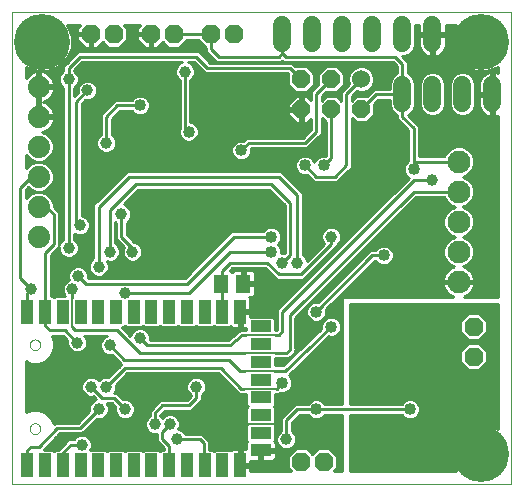
<source format=gbl>
G75*
%MOIN*%
%OFA0B0*%
%FSLAX24Y24*%
%IPPOS*%
%LPD*%
%AMOC8*
5,1,8,0,0,1.08239X$1,22.5*
%
%ADD10C,0.0000*%
%ADD11C,0.0760*%
%ADD12C,0.0740*%
%ADD13C,0.0600*%
%ADD14OC8,0.0600*%
%ADD15C,0.0600*%
%ADD16OC8,0.0630*%
%ADD17R,0.0512X0.0591*%
%ADD18R,0.0394X0.0787*%
%ADD19R,0.0709X0.0394*%
%ADD20C,0.0100*%
%ADD21C,0.0400*%
%ADD22C,0.0080*%
%ADD23C,0.1870*%
%ADD24C,0.0396*%
D10*
X000851Y000675D02*
X000851Y016421D01*
X017471Y016421D01*
X017471Y000675D01*
X000851Y000675D01*
X001424Y002527D02*
X001426Y002553D01*
X001432Y002579D01*
X001442Y002604D01*
X001455Y002627D01*
X001471Y002647D01*
X001491Y002665D01*
X001513Y002680D01*
X001536Y002692D01*
X001562Y002700D01*
X001588Y002704D01*
X001614Y002704D01*
X001640Y002700D01*
X001666Y002692D01*
X001690Y002680D01*
X001711Y002665D01*
X001731Y002647D01*
X001747Y002627D01*
X001760Y002604D01*
X001770Y002579D01*
X001776Y002553D01*
X001778Y002527D01*
X001776Y002501D01*
X001770Y002475D01*
X001760Y002450D01*
X001747Y002427D01*
X001731Y002407D01*
X001711Y002389D01*
X001689Y002374D01*
X001666Y002362D01*
X001640Y002354D01*
X001614Y002350D01*
X001588Y002350D01*
X001562Y002354D01*
X001536Y002362D01*
X001512Y002374D01*
X001491Y002389D01*
X001471Y002407D01*
X001455Y002427D01*
X001442Y002450D01*
X001432Y002475D01*
X001426Y002501D01*
X001424Y002527D01*
X001424Y005323D02*
X001426Y005349D01*
X001432Y005375D01*
X001442Y005400D01*
X001455Y005423D01*
X001471Y005443D01*
X001491Y005461D01*
X001513Y005476D01*
X001536Y005488D01*
X001562Y005496D01*
X001588Y005500D01*
X001614Y005500D01*
X001640Y005496D01*
X001666Y005488D01*
X001690Y005476D01*
X001711Y005461D01*
X001731Y005443D01*
X001747Y005423D01*
X001760Y005400D01*
X001770Y005375D01*
X001776Y005349D01*
X001778Y005323D01*
X001776Y005297D01*
X001770Y005271D01*
X001760Y005246D01*
X001747Y005223D01*
X001731Y005203D01*
X001711Y005185D01*
X001689Y005170D01*
X001666Y005158D01*
X001640Y005150D01*
X001614Y005146D01*
X001588Y005146D01*
X001562Y005150D01*
X001536Y005158D01*
X001512Y005170D01*
X001491Y005185D01*
X001471Y005203D01*
X001455Y005223D01*
X001442Y005246D01*
X001432Y005271D01*
X001426Y005297D01*
X001424Y005323D01*
X001326Y015425D02*
X001328Y015470D01*
X001334Y015515D01*
X001343Y015559D01*
X001357Y015602D01*
X001374Y015644D01*
X001394Y015684D01*
X001418Y015723D01*
X001446Y015759D01*
X001476Y015792D01*
X001509Y015823D01*
X001544Y015851D01*
X001582Y015876D01*
X001622Y015897D01*
X001663Y015915D01*
X001706Y015930D01*
X001750Y015940D01*
X001795Y015947D01*
X001840Y015950D01*
X001885Y015949D01*
X001930Y015944D01*
X001974Y015935D01*
X002018Y015923D01*
X002060Y015907D01*
X002100Y015887D01*
X002139Y015864D01*
X002176Y015837D01*
X002210Y015808D01*
X002242Y015776D01*
X002270Y015741D01*
X002296Y015704D01*
X002318Y015664D01*
X002337Y015623D01*
X002352Y015581D01*
X002364Y015537D01*
X002372Y015493D01*
X002376Y015448D01*
X002376Y015402D01*
X002372Y015357D01*
X002364Y015313D01*
X002352Y015269D01*
X002337Y015227D01*
X002318Y015186D01*
X002296Y015146D01*
X002270Y015109D01*
X002242Y015074D01*
X002210Y015042D01*
X002176Y015013D01*
X002139Y014986D01*
X002100Y014963D01*
X002060Y014943D01*
X002018Y014927D01*
X001974Y014915D01*
X001930Y014906D01*
X001885Y014901D01*
X001840Y014900D01*
X001795Y014903D01*
X001750Y014910D01*
X001706Y014920D01*
X001663Y014935D01*
X001622Y014953D01*
X001582Y014974D01*
X001544Y014999D01*
X001509Y015027D01*
X001476Y015058D01*
X001446Y015091D01*
X001418Y015127D01*
X001394Y015166D01*
X001374Y015206D01*
X001357Y015248D01*
X001343Y015291D01*
X001334Y015335D01*
X001328Y015380D01*
X001326Y015425D01*
X015951Y015425D02*
X015953Y015470D01*
X015959Y015515D01*
X015968Y015559D01*
X015982Y015602D01*
X015999Y015644D01*
X016019Y015684D01*
X016043Y015723D01*
X016071Y015759D01*
X016101Y015792D01*
X016134Y015823D01*
X016169Y015851D01*
X016207Y015876D01*
X016247Y015897D01*
X016288Y015915D01*
X016331Y015930D01*
X016375Y015940D01*
X016420Y015947D01*
X016465Y015950D01*
X016510Y015949D01*
X016555Y015944D01*
X016599Y015935D01*
X016643Y015923D01*
X016685Y015907D01*
X016725Y015887D01*
X016764Y015864D01*
X016801Y015837D01*
X016835Y015808D01*
X016867Y015776D01*
X016895Y015741D01*
X016921Y015704D01*
X016943Y015664D01*
X016962Y015623D01*
X016977Y015581D01*
X016989Y015537D01*
X016997Y015493D01*
X017001Y015448D01*
X017001Y015402D01*
X016997Y015357D01*
X016989Y015313D01*
X016977Y015269D01*
X016962Y015227D01*
X016943Y015186D01*
X016921Y015146D01*
X016895Y015109D01*
X016867Y015074D01*
X016835Y015042D01*
X016801Y015013D01*
X016764Y014986D01*
X016725Y014963D01*
X016685Y014943D01*
X016643Y014927D01*
X016599Y014915D01*
X016555Y014906D01*
X016510Y014901D01*
X016465Y014900D01*
X016420Y014903D01*
X016375Y014910D01*
X016331Y014920D01*
X016288Y014935D01*
X016247Y014953D01*
X016207Y014974D01*
X016169Y014999D01*
X016134Y015027D01*
X016101Y015058D01*
X016071Y015091D01*
X016043Y015127D01*
X016019Y015166D01*
X015999Y015206D01*
X015982Y015248D01*
X015968Y015291D01*
X015959Y015335D01*
X015953Y015380D01*
X015951Y015425D01*
X015951Y001675D02*
X015953Y001720D01*
X015959Y001765D01*
X015968Y001809D01*
X015982Y001852D01*
X015999Y001894D01*
X016019Y001934D01*
X016043Y001973D01*
X016071Y002009D01*
X016101Y002042D01*
X016134Y002073D01*
X016169Y002101D01*
X016207Y002126D01*
X016247Y002147D01*
X016288Y002165D01*
X016331Y002180D01*
X016375Y002190D01*
X016420Y002197D01*
X016465Y002200D01*
X016510Y002199D01*
X016555Y002194D01*
X016599Y002185D01*
X016643Y002173D01*
X016685Y002157D01*
X016725Y002137D01*
X016764Y002114D01*
X016801Y002087D01*
X016835Y002058D01*
X016867Y002026D01*
X016895Y001991D01*
X016921Y001954D01*
X016943Y001914D01*
X016962Y001873D01*
X016977Y001831D01*
X016989Y001787D01*
X016997Y001743D01*
X017001Y001698D01*
X017001Y001652D01*
X016997Y001607D01*
X016989Y001563D01*
X016977Y001519D01*
X016962Y001477D01*
X016943Y001436D01*
X016921Y001396D01*
X016895Y001359D01*
X016867Y001324D01*
X016835Y001292D01*
X016801Y001263D01*
X016764Y001236D01*
X016725Y001213D01*
X016685Y001193D01*
X016643Y001177D01*
X016599Y001165D01*
X016555Y001156D01*
X016510Y001151D01*
X016465Y001150D01*
X016420Y001153D01*
X016375Y001160D01*
X016331Y001170D01*
X016288Y001185D01*
X016247Y001203D01*
X016207Y001224D01*
X016169Y001249D01*
X016134Y001277D01*
X016101Y001308D01*
X016071Y001341D01*
X016043Y001377D01*
X016019Y001416D01*
X015999Y001456D01*
X015982Y001498D01*
X015968Y001541D01*
X015959Y001585D01*
X015953Y001630D01*
X015951Y001675D01*
D11*
X015726Y007425D03*
X015726Y008425D03*
X015726Y009425D03*
X015726Y010425D03*
X015726Y011425D03*
D12*
X001726Y010925D03*
X001726Y009925D03*
X001726Y008925D03*
X001726Y011925D03*
X001726Y012925D03*
X001726Y013925D03*
D13*
X012476Y014175D03*
D14*
X011476Y014175D03*
X010476Y014175D03*
X010476Y013175D03*
X011476Y013175D03*
X012476Y013175D03*
D15*
X013851Y013375D02*
X013851Y013975D01*
X014851Y013975D02*
X014851Y013375D01*
X015851Y013375D02*
X015851Y013975D01*
X016851Y013975D02*
X016851Y013375D01*
X014851Y015375D02*
X014851Y015975D01*
X013851Y015975D02*
X013851Y015375D01*
X012851Y015375D02*
X012851Y015975D01*
X011851Y015975D02*
X011851Y015375D01*
X010851Y015375D02*
X010851Y015975D01*
X009851Y015975D02*
X009851Y015375D01*
D16*
X008226Y015675D03*
X007476Y015675D03*
X006226Y015675D03*
X005476Y015675D03*
X004226Y015675D03*
X003476Y015675D03*
X016226Y005925D03*
X016226Y004925D03*
X011226Y001425D03*
X010476Y001425D03*
D17*
X008538Y007363D03*
X007790Y007363D03*
D18*
X007847Y006425D03*
X007257Y006425D03*
X006666Y006425D03*
X006076Y006425D03*
X005485Y006425D03*
X004895Y006425D03*
X004304Y006425D03*
X003714Y006425D03*
X003123Y006425D03*
X002532Y006425D03*
X001942Y006425D03*
X001351Y006425D03*
X001351Y001307D03*
X001942Y001307D03*
X002532Y001307D03*
X003123Y001307D03*
X003714Y001307D03*
X004304Y001307D03*
X004895Y001307D03*
X005485Y001307D03*
X006076Y001307D03*
X006666Y001307D03*
X007257Y001307D03*
X007847Y001307D03*
X008438Y001307D03*
X008438Y006425D03*
D19*
X009127Y005933D03*
X009127Y005342D03*
X009127Y004752D03*
X009127Y004161D03*
X009127Y003571D03*
X009127Y002980D03*
X009127Y002390D03*
X009127Y001799D03*
D20*
X009175Y001759D02*
X010181Y001759D01*
X010279Y001857D02*
X010066Y001857D01*
X010042Y001847D02*
X010162Y001897D01*
X010255Y001989D01*
X010304Y002110D01*
X010304Y002240D01*
X010255Y002361D01*
X010162Y002453D01*
X010156Y002456D01*
X010156Y002725D01*
X010426Y002995D01*
X010694Y002995D01*
X010697Y002988D01*
X010789Y002895D01*
X010911Y002845D01*
X011042Y002845D01*
X011163Y002895D01*
X011256Y002988D01*
X011259Y002995D01*
X011851Y002995D01*
X011851Y001125D01*
X011556Y001125D01*
X011671Y001241D01*
X011671Y001609D01*
X011411Y001870D01*
X011042Y001870D01*
X010851Y001679D01*
X010661Y001870D01*
X010292Y001870D01*
X010031Y001609D01*
X010031Y001241D01*
X010147Y001125D01*
X008785Y001125D01*
X008785Y001258D01*
X008486Y001258D01*
X008486Y001355D01*
X008390Y001355D01*
X008390Y001851D01*
X008221Y001851D01*
X008183Y001840D01*
X008149Y001821D01*
X008129Y001800D01*
X008098Y001831D01*
X007597Y001831D01*
X007552Y001786D01*
X007508Y001831D01*
X007406Y001831D01*
X007406Y002125D01*
X007281Y002250D01*
X007176Y002355D01*
X006632Y002355D01*
X006630Y002361D01*
X006537Y002453D01*
X006417Y002503D01*
X006385Y002503D01*
X006429Y002610D01*
X006429Y002740D01*
X006380Y002861D01*
X006287Y002953D01*
X006167Y003003D01*
X006036Y003003D01*
X005916Y002953D01*
X005851Y002889D01*
X005787Y002953D01*
X005781Y002956D01*
X005781Y002975D01*
X005926Y003120D01*
X006801Y003120D01*
X006906Y003225D01*
X007156Y003475D01*
X007156Y003644D01*
X007162Y003647D01*
X007255Y003739D01*
X007304Y003860D01*
X007304Y003990D01*
X007255Y004111D01*
X007162Y004203D01*
X007042Y004253D01*
X006911Y004253D01*
X006791Y004203D01*
X006698Y004111D01*
X006648Y003990D01*
X006648Y003860D01*
X006698Y003739D01*
X006791Y003647D01*
X006796Y003644D01*
X006796Y003625D01*
X006652Y003480D01*
X005777Y003480D01*
X005527Y003230D01*
X005421Y003125D01*
X005421Y002956D01*
X005416Y002953D01*
X005323Y002861D01*
X005273Y002740D01*
X005273Y002610D01*
X005323Y002489D01*
X005416Y002397D01*
X005536Y002347D01*
X005667Y002347D01*
X005671Y002349D01*
X005671Y002100D01*
X005896Y001876D01*
X005896Y001831D01*
X005825Y001831D01*
X005781Y001786D01*
X005736Y001831D01*
X005235Y001831D01*
X005190Y001786D01*
X005145Y001831D01*
X004644Y001831D01*
X004599Y001786D01*
X004555Y001831D01*
X004053Y001831D01*
X004009Y001786D01*
X003964Y001831D01*
X003463Y001831D01*
X003448Y001815D01*
X003492Y001922D01*
X003492Y002053D01*
X003442Y002173D01*
X003350Y002266D01*
X003229Y002316D01*
X003099Y002316D01*
X002978Y002266D01*
X002886Y002173D01*
X002883Y002167D01*
X002714Y002167D01*
X002609Y002062D01*
X002377Y001831D01*
X002282Y001831D01*
X002237Y001786D01*
X002193Y001831D01*
X001887Y001831D01*
X002426Y002370D01*
X003176Y002370D01*
X003655Y002849D01*
X003661Y002847D01*
X003792Y002847D01*
X003912Y002897D01*
X004005Y002989D01*
X004054Y003110D01*
X004054Y003240D01*
X004005Y003361D01*
X003995Y003370D01*
X004152Y003370D01*
X004276Y003246D01*
X004273Y003240D01*
X004273Y003110D01*
X004323Y002989D01*
X004416Y002897D01*
X004536Y002847D01*
X004667Y002847D01*
X004787Y002897D01*
X004880Y002989D01*
X004929Y003110D01*
X004929Y003240D01*
X004880Y003361D01*
X004787Y003453D01*
X004667Y003503D01*
X004536Y003503D01*
X004530Y003501D01*
X004301Y003730D01*
X004245Y003730D01*
X004255Y003739D01*
X004304Y003860D01*
X004304Y003990D01*
X004302Y003996D01*
X004676Y004370D01*
X007714Y004370D01*
X008296Y003788D01*
X008402Y003683D01*
X008643Y003683D01*
X008643Y003320D01*
X008687Y003275D01*
X008643Y003231D01*
X008643Y002729D01*
X008687Y002685D01*
X008643Y002640D01*
X008643Y002139D01*
X008673Y002108D01*
X008653Y002088D01*
X008633Y002054D01*
X007406Y002054D01*
X007406Y001956D02*
X008623Y001956D01*
X008623Y002016D02*
X008623Y001851D01*
X008486Y001851D01*
X008486Y001355D01*
X008785Y001355D01*
X008785Y001452D01*
X009079Y001452D01*
X009079Y001751D01*
X009175Y001751D01*
X009175Y001452D01*
X009501Y001452D01*
X009539Y001462D01*
X009573Y001482D01*
X009601Y001510D01*
X009621Y001544D01*
X009631Y001582D01*
X009631Y001751D01*
X009175Y001751D01*
X009175Y001847D01*
X009631Y001847D01*
X009631Y002016D01*
X009621Y002054D01*
X009671Y002054D01*
X009621Y002054D02*
X009601Y002088D01*
X009581Y002108D01*
X009611Y002139D01*
X009611Y002640D01*
X009567Y002685D01*
X009611Y002729D01*
X009611Y003231D01*
X009567Y003275D01*
X009611Y003320D01*
X009611Y003683D01*
X009738Y003683D01*
X009779Y003723D01*
X009786Y003720D01*
X009917Y003720D01*
X010038Y003770D01*
X010131Y003863D01*
X010181Y003984D01*
X010181Y004116D01*
X010131Y004237D01*
X010056Y004312D01*
X010071Y004328D01*
X011398Y005600D01*
X011411Y005595D01*
X011542Y005595D01*
X011663Y005645D01*
X011756Y005738D01*
X011806Y005859D01*
X011806Y005991D01*
X011756Y006112D01*
X011663Y006205D01*
X011542Y006255D01*
X011411Y006255D01*
X011289Y006205D01*
X011197Y006112D01*
X011146Y005991D01*
X011146Y005859D01*
X011147Y005858D01*
X009873Y004636D01*
X009611Y004636D01*
X009611Y004870D01*
X009964Y004870D01*
X010025Y004861D01*
X010036Y004870D01*
X010051Y004870D01*
X010095Y004914D01*
X010161Y004964D01*
X010176Y004964D01*
X010220Y005007D01*
X010269Y005044D01*
X010271Y005059D01*
X010281Y005069D01*
X010281Y005131D01*
X010290Y005192D01*
X010281Y005204D01*
X010281Y006225D01*
X014301Y010245D01*
X015249Y010245D01*
X015294Y010136D01*
X015437Y009993D01*
X015601Y009925D01*
X015437Y009857D01*
X015294Y009714D01*
X015216Y009526D01*
X015216Y009324D01*
X015294Y009136D01*
X015437Y008993D01*
X015601Y008925D01*
X015437Y008857D01*
X015294Y008714D01*
X015216Y008526D01*
X015216Y008324D01*
X015294Y008136D01*
X015437Y007993D01*
X015579Y007934D01*
X015523Y007916D01*
X015449Y007878D01*
X015381Y007829D01*
X015322Y007770D01*
X015273Y007703D01*
X015235Y007628D01*
X015209Y007549D01*
X015196Y007467D01*
X015196Y007454D01*
X015698Y007454D01*
X015698Y007396D01*
X015196Y007396D01*
X015196Y007383D01*
X015209Y007301D01*
X015235Y007222D01*
X015273Y007147D01*
X015322Y007080D01*
X015381Y007021D01*
X015449Y006972D01*
X015523Y006934D01*
X015550Y006925D01*
X011851Y006925D01*
X011851Y003355D01*
X011259Y003355D01*
X011256Y003362D01*
X011163Y003455D01*
X011042Y003505D01*
X010911Y003505D01*
X010789Y003455D01*
X010697Y003362D01*
X010694Y003355D01*
X010277Y003355D01*
X010171Y003250D01*
X010171Y003250D01*
X009902Y002980D01*
X009796Y002875D01*
X009796Y002456D01*
X009791Y002453D01*
X009698Y002361D01*
X009648Y002240D01*
X009648Y002110D01*
X009698Y001989D01*
X009791Y001897D01*
X009911Y001847D01*
X010042Y001847D01*
X009887Y001857D02*
X009631Y001857D01*
X009631Y001956D02*
X009732Y001956D01*
X009648Y002153D02*
X009611Y002153D01*
X009611Y002251D02*
X009653Y002251D01*
X009611Y002350D02*
X009694Y002350D01*
X009611Y002448D02*
X009785Y002448D01*
X009796Y002547D02*
X009611Y002547D01*
X009607Y002645D02*
X009796Y002645D01*
X009796Y002744D02*
X009611Y002744D01*
X009611Y002842D02*
X009796Y002842D01*
X009862Y002941D02*
X009611Y002941D01*
X009611Y003039D02*
X009961Y003039D01*
X010059Y003138D02*
X009611Y003138D01*
X009606Y003236D02*
X010158Y003236D01*
X010256Y003335D02*
X009611Y003335D01*
X009611Y003433D02*
X010768Y003433D01*
X010976Y003175D02*
X010351Y003175D01*
X009976Y002800D01*
X009976Y002175D01*
X010281Y002054D02*
X011851Y002054D01*
X011851Y001956D02*
X010221Y001956D01*
X010304Y002153D02*
X011851Y002153D01*
X011851Y002251D02*
X010300Y002251D01*
X010259Y002350D02*
X011851Y002350D01*
X011851Y002448D02*
X010167Y002448D01*
X010156Y002547D02*
X011851Y002547D01*
X011851Y002645D02*
X010156Y002645D01*
X010174Y002744D02*
X011851Y002744D01*
X011851Y002842D02*
X010273Y002842D01*
X010371Y002941D02*
X010744Y002941D01*
X010976Y003175D02*
X014101Y003175D01*
X013869Y002941D02*
X012101Y002941D01*
X012101Y002995D02*
X013819Y002995D01*
X013822Y002988D01*
X013914Y002895D01*
X014036Y002845D01*
X014167Y002845D01*
X014288Y002895D01*
X014381Y002988D01*
X014431Y003109D01*
X014431Y003241D01*
X014381Y003362D01*
X014288Y003455D01*
X014167Y003505D01*
X014036Y003505D01*
X013914Y003455D01*
X013822Y003362D01*
X013819Y003355D01*
X012101Y003355D01*
X012101Y006675D01*
X017021Y006675D01*
X017021Y002505D01*
X016670Y002650D01*
X016282Y002650D01*
X015924Y002502D01*
X015650Y002227D01*
X015501Y001869D01*
X015501Y001481D01*
X015649Y001125D01*
X012101Y001125D01*
X012101Y002995D01*
X012101Y002842D02*
X017021Y002842D01*
X017021Y002744D02*
X012101Y002744D01*
X012101Y002645D02*
X016270Y002645D01*
X016033Y002547D02*
X012101Y002547D01*
X012101Y002448D02*
X015871Y002448D01*
X015772Y002350D02*
X012101Y002350D01*
X012101Y002251D02*
X015674Y002251D01*
X015619Y002153D02*
X012101Y002153D01*
X012101Y002054D02*
X015578Y002054D01*
X015537Y001956D02*
X012101Y001956D01*
X012101Y001857D02*
X015501Y001857D01*
X015501Y001759D02*
X012101Y001759D01*
X012101Y001660D02*
X015501Y001660D01*
X015501Y001562D02*
X012101Y001562D01*
X012101Y001463D02*
X015509Y001463D01*
X015550Y001365D02*
X012101Y001365D01*
X012101Y001266D02*
X015590Y001266D01*
X015631Y001168D02*
X012101Y001168D01*
X011851Y001168D02*
X011598Y001168D01*
X011671Y001266D02*
X011851Y001266D01*
X011851Y001365D02*
X011671Y001365D01*
X011671Y001463D02*
X011851Y001463D01*
X011851Y001562D02*
X011671Y001562D01*
X011621Y001660D02*
X011851Y001660D01*
X011851Y001759D02*
X011522Y001759D01*
X011424Y001857D02*
X011851Y001857D01*
X011029Y001857D02*
X010674Y001857D01*
X010772Y001759D02*
X010931Y001759D01*
X010082Y001660D02*
X009631Y001660D01*
X009626Y001562D02*
X010031Y001562D01*
X010031Y001463D02*
X009540Y001463D01*
X009175Y001463D02*
X009079Y001463D01*
X009079Y001562D02*
X009175Y001562D01*
X009175Y001660D02*
X009079Y001660D01*
X008785Y001365D02*
X010031Y001365D01*
X010031Y001266D02*
X008486Y001266D01*
X008486Y001365D02*
X008390Y001365D01*
X008390Y001463D02*
X008486Y001463D01*
X008486Y001562D02*
X008390Y001562D01*
X008390Y001660D02*
X008486Y001660D01*
X008486Y001759D02*
X008390Y001759D01*
X008623Y001857D02*
X007406Y001857D01*
X007226Y002050D02*
X007101Y002175D01*
X006351Y002175D01*
X006076Y001951D02*
X005851Y002175D01*
X005851Y002425D01*
X006101Y002675D01*
X005903Y002941D02*
X005800Y002941D01*
X005845Y003039D02*
X008643Y003039D01*
X008643Y002941D02*
X006300Y002941D01*
X006387Y002842D02*
X008643Y002842D01*
X008643Y002744D02*
X006428Y002744D01*
X006429Y002645D02*
X008647Y002645D01*
X008643Y002547D02*
X006403Y002547D01*
X006542Y002448D02*
X008643Y002448D01*
X008643Y002350D02*
X007181Y002350D01*
X007280Y002251D02*
X008643Y002251D01*
X008643Y002153D02*
X007378Y002153D01*
X007226Y002050D02*
X007226Y001425D01*
X007257Y001307D01*
X006076Y001307D02*
X006076Y001951D01*
X005896Y001857D02*
X003465Y001857D01*
X003492Y001956D02*
X005816Y001956D01*
X005718Y002054D02*
X003491Y002054D01*
X003451Y002153D02*
X005671Y002153D01*
X005671Y002251D02*
X003364Y002251D01*
X003254Y002448D02*
X005364Y002448D01*
X005299Y002547D02*
X003352Y002547D01*
X003451Y002645D02*
X005273Y002645D01*
X005275Y002744D02*
X003549Y002744D01*
X003648Y002842D02*
X005315Y002842D01*
X005403Y002941D02*
X004831Y002941D01*
X004900Y003039D02*
X005421Y003039D01*
X005434Y003138D02*
X004929Y003138D01*
X004929Y003236D02*
X005533Y003236D01*
X005631Y003335D02*
X004890Y003335D01*
X004807Y003433D02*
X005730Y003433D01*
X005851Y003300D02*
X005601Y003050D01*
X005601Y002675D01*
X005530Y002350D02*
X002405Y002350D01*
X002307Y002251D02*
X002963Y002251D01*
X002699Y002153D02*
X002208Y002153D01*
X002110Y002054D02*
X002601Y002054D01*
X002502Y001956D02*
X002011Y001956D01*
X001913Y001857D02*
X002404Y001857D01*
X002539Y001738D02*
X002789Y001988D01*
X003164Y001988D01*
X003101Y002550D02*
X002351Y002550D01*
X001726Y001925D01*
X001476Y001925D01*
X001351Y001800D01*
X001351Y001307D01*
X002532Y001307D02*
X002539Y001550D01*
X002539Y001738D01*
X003101Y002550D02*
X003726Y003175D01*
X003956Y002941D02*
X004372Y002941D01*
X004303Y003039D02*
X004025Y003039D01*
X004054Y003138D02*
X004273Y003138D01*
X004273Y003236D02*
X004054Y003236D01*
X004015Y003335D02*
X004187Y003335D01*
X004226Y003550D02*
X003851Y003550D01*
X003476Y003925D01*
X003331Y003630D02*
X001301Y003630D01*
X001301Y003532D02*
X003615Y003532D01*
X003649Y003498D02*
X003541Y003453D01*
X003448Y003361D01*
X003398Y003240D01*
X003398Y003110D01*
X003401Y003104D01*
X003027Y002730D01*
X002277Y002730D01*
X002220Y002673D01*
X002133Y002883D01*
X001957Y003059D01*
X001726Y003155D01*
X001477Y003155D01*
X001301Y003082D01*
X001301Y004768D01*
X001477Y004695D01*
X001726Y004695D01*
X001957Y004791D01*
X002133Y004967D01*
X002229Y005198D01*
X002229Y005447D01*
X002157Y005620D01*
X002527Y005620D01*
X002682Y005465D01*
X002680Y005459D01*
X002680Y005328D01*
X002729Y005208D01*
X002822Y005116D01*
X002942Y005066D01*
X003073Y005066D01*
X003193Y005116D01*
X003286Y005208D01*
X003336Y005328D01*
X003336Y005459D01*
X003286Y005580D01*
X003245Y005620D01*
X004017Y005620D01*
X003916Y005578D01*
X003823Y005486D01*
X003773Y005365D01*
X003773Y005235D01*
X003823Y005114D01*
X003916Y005022D01*
X004036Y004972D01*
X004167Y004972D01*
X004173Y004974D01*
X004390Y004757D01*
X004472Y004675D01*
X004421Y004625D01*
X004048Y004251D01*
X004042Y004253D01*
X003911Y004253D01*
X003791Y004203D01*
X003726Y004139D01*
X003662Y004203D01*
X003542Y004253D01*
X003411Y004253D01*
X003291Y004203D01*
X003198Y004111D01*
X003148Y003990D01*
X003148Y003860D01*
X003198Y003739D01*
X003291Y003647D01*
X003411Y003597D01*
X003542Y003597D01*
X003548Y003599D01*
X003649Y003498D01*
X003520Y003433D02*
X001301Y003433D01*
X001301Y003335D02*
X003437Y003335D01*
X003398Y003236D02*
X001301Y003236D01*
X001301Y003138D02*
X001436Y003138D01*
X001767Y003138D02*
X003398Y003138D01*
X003336Y003039D02*
X001977Y003039D01*
X002075Y002941D02*
X003237Y002941D01*
X003139Y002842D02*
X002150Y002842D01*
X002191Y002744D02*
X003040Y002744D01*
X003209Y003729D02*
X001301Y003729D01*
X001301Y003827D02*
X003162Y003827D01*
X003148Y003926D02*
X001301Y003926D01*
X001301Y004024D02*
X003162Y004024D01*
X003210Y004123D02*
X001301Y004123D01*
X001301Y004221D02*
X003334Y004221D01*
X003619Y004221D02*
X003834Y004221D01*
X004116Y004320D02*
X001301Y004320D01*
X001301Y004418D02*
X004215Y004418D01*
X004313Y004517D02*
X001301Y004517D01*
X001301Y004615D02*
X004412Y004615D01*
X004433Y004714D02*
X001770Y004714D01*
X001978Y004812D02*
X004335Y004812D01*
X004236Y004911D02*
X002076Y004911D01*
X002150Y005009D02*
X003946Y005009D01*
X003830Y005108D02*
X003174Y005108D01*
X003284Y005206D02*
X003785Y005206D01*
X003773Y005305D02*
X003326Y005305D01*
X003336Y005403D02*
X003789Y005403D01*
X003839Y005502D02*
X003318Y005502D01*
X003265Y005600D02*
X003968Y005600D01*
X004101Y005300D02*
X004570Y004831D01*
X008070Y004831D01*
X008445Y004456D01*
X008601Y004456D01*
X008601Y005050D02*
X005101Y005050D01*
X004351Y005800D01*
X002945Y005800D01*
X002820Y005925D01*
X002601Y005800D02*
X002101Y005800D01*
X001945Y005956D01*
X001945Y006422D01*
X001942Y006425D01*
X001942Y007141D01*
X002122Y007176D02*
X002523Y007176D01*
X002523Y007240D02*
X002523Y007110D01*
X002573Y006989D01*
X002614Y006949D01*
X002282Y006949D01*
X002237Y006904D01*
X002193Y006949D01*
X002122Y006949D01*
X002122Y008316D01*
X002301Y008495D01*
X002398Y008592D01*
X002398Y008485D01*
X002448Y008364D01*
X002541Y008272D01*
X002661Y008222D01*
X002792Y008222D01*
X002912Y008272D01*
X003005Y008364D01*
X003054Y008485D01*
X003054Y008615D01*
X003005Y008736D01*
X002912Y008828D01*
X002906Y008831D01*
X002906Y009031D01*
X002916Y009022D01*
X003036Y008972D01*
X003167Y008972D01*
X003287Y009022D01*
X003380Y009114D01*
X003429Y009235D01*
X003429Y009365D01*
X003380Y009486D01*
X003287Y009578D01*
X003167Y009628D01*
X003156Y009628D01*
X003156Y013350D01*
X003280Y013474D01*
X003286Y013472D01*
X003417Y013472D01*
X003537Y013522D01*
X003630Y013614D01*
X003679Y013735D01*
X003679Y013865D01*
X003630Y013986D01*
X003537Y014078D01*
X003417Y014128D01*
X003286Y014128D01*
X003166Y014078D01*
X003073Y013986D01*
X003023Y013865D01*
X003023Y013735D01*
X003026Y013729D01*
X002906Y013610D01*
X002906Y013894D01*
X002912Y013897D01*
X003005Y013989D01*
X003054Y014110D01*
X003054Y014240D01*
X003005Y014361D01*
X002912Y014453D01*
X002906Y014456D01*
X002906Y014475D01*
X003176Y014745D01*
X006517Y014745D01*
X006416Y014703D01*
X006323Y014611D01*
X006273Y014490D01*
X006273Y014360D01*
X006323Y014239D01*
X006416Y014147D01*
X006421Y014144D01*
X006421Y012551D01*
X006396Y012491D01*
X006396Y012359D01*
X006447Y012238D01*
X006539Y012145D01*
X006661Y012095D01*
X006792Y012095D01*
X006913Y012145D01*
X007006Y012238D01*
X007056Y012359D01*
X007056Y012491D01*
X007006Y012612D01*
X006913Y012705D01*
X006792Y012755D01*
X006781Y012755D01*
X006781Y014144D01*
X006787Y014147D01*
X006880Y014239D01*
X006929Y014360D01*
X006929Y014490D01*
X006880Y014611D01*
X006787Y014703D01*
X006686Y014745D01*
X006902Y014745D01*
X007277Y014370D01*
X010027Y014370D01*
X010046Y014350D01*
X010046Y013997D01*
X010298Y013745D01*
X010654Y013745D01*
X010906Y013997D01*
X010906Y014353D01*
X010654Y014605D01*
X010301Y014605D01*
X010281Y014625D01*
X010176Y014730D01*
X007426Y014730D01*
X007156Y015000D01*
X007051Y015105D01*
X003027Y015105D01*
X002652Y014730D01*
X002546Y014625D01*
X002546Y014456D01*
X002541Y014453D01*
X002448Y014361D01*
X002398Y014240D01*
X002398Y014110D01*
X002448Y013989D01*
X002541Y013897D01*
X002546Y013894D01*
X002546Y008831D01*
X002541Y008828D01*
X002448Y008736D01*
X002406Y008635D01*
X002406Y009750D01*
X002226Y009930D01*
X002226Y010024D01*
X002150Y010208D01*
X002010Y010349D01*
X001826Y010425D01*
X002010Y010501D01*
X002150Y010642D01*
X002226Y010826D01*
X002226Y011024D01*
X002150Y011208D01*
X002010Y011349D01*
X001826Y011425D01*
X002010Y011501D01*
X002150Y011642D01*
X002226Y011826D01*
X002226Y012024D01*
X002150Y012208D01*
X002010Y012349D01*
X001845Y012417D01*
X001848Y012418D01*
X001926Y012443D01*
X001999Y012480D01*
X002065Y012528D01*
X002123Y012586D01*
X002171Y012652D01*
X002208Y012725D01*
X002234Y012803D01*
X002245Y012875D01*
X001776Y012875D01*
X001776Y012975D01*
X001676Y012975D01*
X001676Y013875D01*
X001776Y013875D01*
X001776Y013406D01*
X001776Y012975D01*
X002245Y012975D01*
X002234Y013047D01*
X002208Y013125D01*
X002171Y013198D01*
X002123Y013264D01*
X002065Y013322D01*
X001999Y013370D01*
X001926Y013407D01*
X001870Y013425D01*
X001926Y013443D01*
X001999Y013480D01*
X002065Y013528D01*
X002123Y013586D01*
X002171Y013652D01*
X002208Y013725D01*
X002234Y013803D01*
X002245Y013875D01*
X001776Y013875D01*
X001776Y013975D01*
X001676Y013975D01*
X001676Y014444D01*
X001605Y014432D01*
X001527Y014407D01*
X001454Y014370D01*
X001388Y014322D01*
X001330Y014264D01*
X001301Y014225D01*
X001301Y014597D01*
X001657Y014450D01*
X002045Y014450D01*
X002404Y014598D01*
X002678Y014873D01*
X002826Y015231D01*
X002826Y015619D01*
X002681Y015971D01*
X003115Y015971D01*
X003011Y015868D01*
X003011Y015705D01*
X003446Y015705D01*
X003446Y015645D01*
X003011Y015645D01*
X003011Y015482D01*
X003284Y015210D01*
X003446Y015210D01*
X003446Y015645D01*
X003506Y015645D01*
X003506Y015210D01*
X003669Y015210D01*
X003866Y015407D01*
X004042Y015230D01*
X004411Y015230D01*
X004671Y015491D01*
X004671Y015859D01*
X004560Y015971D01*
X005115Y015971D01*
X005011Y015868D01*
X005011Y015705D01*
X005446Y015705D01*
X005446Y015645D01*
X005011Y015645D01*
X005011Y015482D01*
X005284Y015210D01*
X005446Y015210D01*
X005446Y015645D01*
X005506Y015645D01*
X005506Y015210D01*
X005669Y015210D01*
X005866Y015407D01*
X006042Y015230D01*
X006411Y015230D01*
X006671Y015491D01*
X006671Y015495D01*
X007031Y015495D01*
X007031Y015491D01*
X007292Y015230D01*
X007296Y015230D01*
X007296Y015100D01*
X007402Y014995D01*
X007652Y014745D01*
X009801Y014745D01*
X009851Y014795D01*
X009902Y014745D01*
X013527Y014745D01*
X013671Y014600D01*
X013671Y014366D01*
X013608Y014340D01*
X013487Y014219D01*
X013421Y014061D01*
X013421Y013855D01*
X012902Y013855D01*
X012796Y013750D01*
X012652Y013605D01*
X012298Y013605D01*
X012156Y013463D01*
X012156Y013600D01*
X012327Y013771D01*
X012391Y013745D01*
X012562Y013745D01*
X012720Y013810D01*
X012841Y013931D01*
X012906Y014089D01*
X012906Y014261D01*
X012841Y014419D01*
X012720Y014540D01*
X012562Y014605D01*
X012391Y014605D01*
X012233Y014540D01*
X012112Y014419D01*
X012046Y014261D01*
X012046Y014089D01*
X012073Y014026D01*
X011796Y013750D01*
X011796Y013463D01*
X011654Y013605D01*
X011298Y013605D01*
X011156Y013463D01*
X011156Y013600D01*
X011301Y013745D01*
X011654Y013745D01*
X011906Y013997D01*
X011906Y014353D01*
X011654Y014605D01*
X011298Y014605D01*
X011046Y014353D01*
X011046Y014000D01*
X010796Y013750D01*
X010796Y013491D01*
X010663Y013625D01*
X010526Y013625D01*
X010526Y013225D01*
X010426Y013225D01*
X010426Y013125D01*
X010026Y013125D01*
X010026Y012989D01*
X010290Y012725D01*
X010426Y012725D01*
X010426Y013125D01*
X010526Y013125D01*
X010526Y012725D01*
X010663Y012725D01*
X010796Y012859D01*
X010796Y012500D01*
X010527Y012230D01*
X008652Y012230D01*
X008549Y012127D01*
X008542Y012130D01*
X008411Y012130D01*
X008289Y012080D01*
X008197Y011987D01*
X008146Y011866D01*
X008146Y011734D01*
X008197Y011613D01*
X008289Y011520D01*
X008411Y011470D01*
X008542Y011470D01*
X008663Y011520D01*
X008756Y011613D01*
X008806Y011734D01*
X008806Y011866D01*
X008805Y011870D01*
X010676Y011870D01*
X011051Y012245D01*
X011156Y012350D01*
X011156Y012887D01*
X011296Y012747D01*
X011296Y011628D01*
X011292Y011630D01*
X011161Y011630D01*
X011039Y011580D01*
X010947Y011487D01*
X010914Y011408D01*
X010881Y011487D01*
X010788Y011580D01*
X010667Y011630D01*
X010536Y011630D01*
X010414Y011580D01*
X010322Y011487D01*
X010271Y011366D01*
X010271Y011234D01*
X010322Y011113D01*
X010414Y011020D01*
X010536Y010970D01*
X010667Y010970D01*
X010674Y010973D01*
X010796Y010850D01*
X010902Y010745D01*
X011676Y010745D01*
X012051Y011120D01*
X012156Y011225D01*
X012156Y012887D01*
X012298Y012745D01*
X012654Y012745D01*
X012906Y012997D01*
X012906Y013350D01*
X013051Y013495D01*
X013421Y013495D01*
X013421Y013289D01*
X013487Y013131D01*
X013608Y013010D01*
X013671Y012984D01*
X013671Y012850D01*
X014046Y012475D01*
X014046Y011458D01*
X014039Y011455D01*
X013947Y011362D01*
X013896Y011241D01*
X013896Y011109D01*
X013947Y010988D01*
X014039Y010895D01*
X014059Y010887D01*
X009777Y006605D01*
X009671Y006500D01*
X009671Y005843D01*
X009652Y005824D01*
X009611Y005824D01*
X009611Y006184D01*
X009535Y006260D01*
X008785Y006260D01*
X008785Y006377D01*
X008486Y006377D01*
X008486Y005881D01*
X008643Y005881D01*
X008643Y005824D01*
X008515Y005824D01*
X008448Y005829D01*
X008442Y005824D01*
X008433Y005824D01*
X008386Y005776D01*
X008035Y005480D01*
X005428Y005480D01*
X005429Y005485D01*
X005429Y005615D01*
X005380Y005736D01*
X005287Y005828D01*
X005167Y005878D01*
X005036Y005878D01*
X004916Y005828D01*
X004823Y005736D01*
X004778Y005628D01*
X004531Y005875D01*
X004505Y005901D01*
X004555Y005901D01*
X004599Y005946D01*
X004644Y005901D01*
X005145Y005901D01*
X005190Y005946D01*
X005235Y005901D01*
X005736Y005901D01*
X005781Y005946D01*
X005825Y005901D01*
X006326Y005901D01*
X006371Y005946D01*
X006416Y005901D01*
X006917Y005901D01*
X006962Y005946D01*
X007006Y005901D01*
X007508Y005901D01*
X007552Y005946D01*
X007597Y005901D01*
X008098Y005901D01*
X008129Y005932D01*
X008149Y005911D01*
X008183Y005892D01*
X008221Y005881D01*
X008390Y005881D01*
X008390Y006377D01*
X008486Y006377D01*
X008486Y006473D01*
X008785Y006473D01*
X008785Y006838D01*
X008775Y006877D01*
X008755Y006911D01*
X008748Y006917D01*
X008814Y006917D01*
X008852Y006927D01*
X008886Y006947D01*
X008914Y006975D01*
X008934Y007009D01*
X008944Y007047D01*
X008944Y007313D01*
X008588Y007313D01*
X008588Y007412D01*
X008944Y007412D01*
X008944Y007678D01*
X008934Y007716D01*
X008914Y007750D01*
X008886Y007778D01*
X008852Y007798D01*
X008814Y007808D01*
X008588Y007808D01*
X008588Y007413D01*
X008488Y007413D01*
X008488Y007808D01*
X008262Y007808D01*
X008224Y007798D01*
X008190Y007778D01*
X008162Y007750D01*
X008153Y007734D01*
X008100Y007788D01*
X008094Y007788D01*
X008176Y007870D01*
X009277Y007870D01*
X009546Y007600D01*
X009652Y007495D01*
X010551Y007495D01*
X011656Y008600D01*
X011656Y008644D01*
X011662Y008647D01*
X011755Y008739D01*
X011804Y008860D01*
X011804Y008990D01*
X011755Y009111D01*
X011662Y009203D01*
X011542Y009253D01*
X011411Y009253D01*
X011291Y009203D01*
X011198Y009111D01*
X011148Y008990D01*
X011148Y008860D01*
X011198Y008739D01*
X011242Y008695D01*
X010674Y008128D01*
X010630Y008236D01*
X010537Y008328D01*
X010531Y008331D01*
X010531Y010375D01*
X009906Y011000D01*
X009801Y011105D01*
X004652Y011105D01*
X003652Y010105D01*
X003546Y010000D01*
X003546Y008206D01*
X003541Y008203D01*
X003448Y008111D01*
X003398Y007990D01*
X003398Y007860D01*
X003448Y007739D01*
X003541Y007647D01*
X003661Y007597D01*
X003792Y007597D01*
X003912Y007647D01*
X004005Y007739D01*
X004054Y007860D01*
X004054Y007990D01*
X004005Y008110D01*
X004036Y008097D01*
X004167Y008097D01*
X004287Y008147D01*
X004380Y008239D01*
X004429Y008360D01*
X004429Y008490D01*
X004380Y008611D01*
X004287Y008703D01*
X004281Y008706D01*
X004281Y009406D01*
X004291Y009397D01*
X004296Y009394D01*
X004296Y008850D01*
X004402Y008745D01*
X004562Y008585D01*
X004523Y008490D01*
X004523Y008360D01*
X004573Y008239D01*
X004666Y008147D01*
X004786Y008097D01*
X004917Y008097D01*
X005037Y008147D01*
X005130Y008239D01*
X005179Y008360D01*
X005179Y008490D01*
X005130Y008611D01*
X005037Y008703D01*
X004917Y008753D01*
X004903Y008753D01*
X004656Y009000D01*
X004656Y009394D01*
X004662Y009397D01*
X004755Y009489D01*
X004804Y009610D01*
X004804Y009740D01*
X004755Y009861D01*
X004662Y009953D01*
X004554Y009998D01*
X005051Y010495D01*
X009402Y010495D01*
X009921Y009975D01*
X009921Y008376D01*
X009917Y008378D01*
X009806Y008378D01*
X009806Y008491D01*
X009756Y008612D01*
X009693Y008675D01*
X009756Y008738D01*
X009806Y008859D01*
X009806Y008991D01*
X009756Y009112D01*
X009663Y009205D01*
X009542Y009255D01*
X009411Y009255D01*
X009289Y009205D01*
X009197Y009112D01*
X009194Y009105D01*
X008152Y009105D01*
X008046Y009000D01*
X006589Y007542D01*
X003365Y007542D01*
X003367Y007547D01*
X003367Y007678D01*
X003317Y007798D01*
X003225Y007891D01*
X003104Y007941D01*
X002974Y007941D01*
X002853Y007891D01*
X002761Y007798D01*
X002711Y007678D01*
X002711Y007547D01*
X002737Y007483D01*
X002666Y007453D01*
X002573Y007361D01*
X002523Y007240D01*
X002537Y007275D02*
X002122Y007275D01*
X002122Y007373D02*
X002585Y007373D01*
X002710Y007472D02*
X002122Y007472D01*
X002122Y007570D02*
X002711Y007570D01*
X002711Y007669D02*
X002122Y007669D01*
X002122Y007767D02*
X002748Y007767D01*
X002828Y007866D02*
X002122Y007866D01*
X002122Y007964D02*
X003398Y007964D01*
X003398Y007866D02*
X003250Y007866D01*
X003330Y007767D02*
X003437Y007767D01*
X003367Y007669D02*
X003519Y007669D01*
X003367Y007570D02*
X006617Y007570D01*
X006715Y007669D02*
X003934Y007669D01*
X004016Y007767D02*
X006814Y007767D01*
X006912Y007866D02*
X004054Y007866D01*
X004054Y007964D02*
X007011Y007964D01*
X007109Y008063D02*
X004025Y008063D01*
X003726Y007925D02*
X003726Y009925D01*
X004726Y010925D01*
X009726Y010925D01*
X010351Y010300D01*
X010351Y008050D01*
X010606Y008260D02*
X010806Y008260D01*
X010905Y008358D02*
X010531Y008358D01*
X010531Y008457D02*
X011003Y008457D01*
X011102Y008555D02*
X010531Y008555D01*
X010531Y008654D02*
X011200Y008654D01*
X011193Y008752D02*
X010531Y008752D01*
X010531Y008851D02*
X011152Y008851D01*
X011148Y008949D02*
X010531Y008949D01*
X010531Y009048D02*
X011172Y009048D01*
X011233Y009146D02*
X010531Y009146D01*
X010531Y009245D02*
X011390Y009245D01*
X011562Y009245D02*
X012416Y009245D01*
X012515Y009343D02*
X010531Y009343D01*
X010531Y009442D02*
X012613Y009442D01*
X012712Y009540D02*
X010531Y009540D01*
X010531Y009639D02*
X012810Y009639D01*
X012909Y009737D02*
X010531Y009737D01*
X010531Y009836D02*
X013007Y009836D01*
X013106Y009934D02*
X010531Y009934D01*
X010531Y010033D02*
X013204Y010033D01*
X013303Y010131D02*
X010531Y010131D01*
X010531Y010230D02*
X013401Y010230D01*
X013500Y010328D02*
X010531Y010328D01*
X010479Y010427D02*
X013598Y010427D01*
X013697Y010525D02*
X010381Y010525D01*
X010282Y010624D02*
X013795Y010624D01*
X013894Y010722D02*
X010184Y010722D01*
X010085Y010821D02*
X010826Y010821D01*
X010728Y010919D02*
X009987Y010919D01*
X009888Y011018D02*
X010421Y011018D01*
X010320Y011116D02*
X003156Y011116D01*
X003156Y011018D02*
X004564Y011018D01*
X004466Y010919D02*
X003156Y010919D01*
X003156Y010821D02*
X004367Y010821D01*
X004269Y010722D02*
X003156Y010722D01*
X003156Y010624D02*
X004170Y010624D01*
X004072Y010525D02*
X003156Y010525D01*
X003156Y010427D02*
X003973Y010427D01*
X003875Y010328D02*
X003156Y010328D01*
X003156Y010230D02*
X003776Y010230D01*
X003678Y010131D02*
X003156Y010131D01*
X003156Y010033D02*
X003579Y010033D01*
X003546Y009934D02*
X003156Y009934D01*
X003156Y009836D02*
X003546Y009836D01*
X003546Y009737D02*
X003156Y009737D01*
X003156Y009639D02*
X003546Y009639D01*
X003546Y009540D02*
X003325Y009540D01*
X003398Y009442D02*
X003546Y009442D01*
X003546Y009343D02*
X003429Y009343D01*
X003429Y009245D02*
X003546Y009245D01*
X003546Y009146D02*
X003393Y009146D01*
X003313Y009048D02*
X003546Y009048D01*
X003546Y008949D02*
X002906Y008949D01*
X002906Y008851D02*
X003546Y008851D01*
X003546Y008752D02*
X002988Y008752D01*
X003039Y008654D02*
X003546Y008654D01*
X003546Y008555D02*
X003054Y008555D01*
X003043Y008457D02*
X003546Y008457D01*
X003546Y008358D02*
X002998Y008358D01*
X002882Y008260D02*
X003546Y008260D01*
X003498Y008161D02*
X002122Y008161D01*
X002122Y008063D02*
X003428Y008063D01*
X003039Y007613D02*
X003289Y007363D01*
X006664Y007363D01*
X008226Y008925D01*
X009476Y008925D01*
X009231Y009146D02*
X004656Y009146D01*
X004656Y009048D02*
X008094Y009048D01*
X007996Y008949D02*
X004707Y008949D01*
X004805Y008851D02*
X007897Y008851D01*
X007799Y008752D02*
X004919Y008752D01*
X005087Y008654D02*
X007700Y008654D01*
X007602Y008555D02*
X005153Y008555D01*
X005179Y008457D02*
X007503Y008457D01*
X007405Y008358D02*
X005179Y008358D01*
X005138Y008260D02*
X007306Y008260D01*
X007208Y008161D02*
X005051Y008161D01*
X004851Y008425D02*
X004851Y008550D01*
X004476Y008925D01*
X004476Y009675D01*
X004707Y009442D02*
X009921Y009442D01*
X009921Y009540D02*
X004776Y009540D01*
X004804Y009639D02*
X009921Y009639D01*
X009921Y009737D02*
X004804Y009737D01*
X004765Y009836D02*
X009921Y009836D01*
X009921Y009934D02*
X004681Y009934D01*
X004588Y010033D02*
X009864Y010033D01*
X009766Y010131D02*
X004687Y010131D01*
X004785Y010230D02*
X009667Y010230D01*
X009569Y010328D02*
X004884Y010328D01*
X004982Y010427D02*
X009470Y010427D01*
X009476Y010675D02*
X004976Y010675D01*
X004101Y009800D01*
X004101Y008425D01*
X004337Y008654D02*
X004493Y008654D01*
X004550Y008555D02*
X004403Y008555D01*
X004429Y008457D02*
X004523Y008457D01*
X004524Y008358D02*
X004429Y008358D01*
X004388Y008260D02*
X004565Y008260D01*
X004651Y008161D02*
X004301Y008161D01*
X004281Y008752D02*
X004395Y008752D01*
X004296Y008851D02*
X004281Y008851D01*
X004281Y008949D02*
X004296Y008949D01*
X004296Y009048D02*
X004281Y009048D01*
X004281Y009146D02*
X004296Y009146D01*
X004296Y009245D02*
X004281Y009245D01*
X004281Y009343D02*
X004296Y009343D01*
X004656Y009343D02*
X009921Y009343D01*
X009921Y009245D02*
X009567Y009245D01*
X009385Y009245D02*
X004656Y009245D01*
X003101Y009300D02*
X002976Y009425D01*
X002976Y013425D01*
X003351Y013800D01*
X003023Y013776D02*
X002906Y013776D01*
X002906Y013874D02*
X003027Y013874D01*
X002988Y013973D02*
X003068Y013973D01*
X003038Y014071D02*
X003158Y014071D01*
X003054Y014170D02*
X006393Y014170D01*
X006421Y014071D02*
X003544Y014071D01*
X003635Y013973D02*
X006421Y013973D01*
X006421Y013874D02*
X003676Y013874D01*
X003679Y013776D02*
X006421Y013776D01*
X006421Y013677D02*
X003656Y013677D01*
X003594Y013579D02*
X004913Y013579D01*
X004914Y013580D02*
X004822Y013487D01*
X004819Y013480D01*
X003436Y013480D01*
X003187Y013382D02*
X004178Y013382D01*
X004277Y013480D02*
X003902Y013105D01*
X003796Y013000D01*
X003796Y012331D01*
X003791Y012328D01*
X003698Y012236D01*
X003648Y012115D01*
X003648Y011985D01*
X003698Y011864D01*
X003791Y011772D01*
X003911Y011722D01*
X004042Y011722D01*
X004162Y011772D01*
X004255Y011864D01*
X004304Y011985D01*
X004304Y012115D01*
X004255Y012236D01*
X004162Y012328D01*
X004156Y012331D01*
X004156Y012850D01*
X004426Y013120D01*
X004819Y013120D01*
X004822Y013113D01*
X004914Y013020D01*
X005036Y012970D01*
X005167Y012970D01*
X005288Y013020D01*
X005381Y013113D01*
X005431Y013234D01*
X005431Y013366D01*
X005381Y013487D01*
X005288Y013580D01*
X005167Y013630D01*
X005036Y013630D01*
X004914Y013580D01*
X004819Y013480D02*
X004277Y013480D01*
X004351Y013300D02*
X003976Y012925D01*
X003976Y012050D01*
X003757Y011806D02*
X003156Y011806D01*
X003156Y011904D02*
X003682Y011904D01*
X003648Y012003D02*
X003156Y012003D01*
X003156Y012101D02*
X003648Y012101D01*
X003683Y012200D02*
X003156Y012200D01*
X003156Y012298D02*
X003760Y012298D01*
X003796Y012397D02*
X003156Y012397D01*
X003156Y012495D02*
X003796Y012495D01*
X003796Y012594D02*
X003156Y012594D01*
X003156Y012692D02*
X003796Y012692D01*
X003796Y012791D02*
X003156Y012791D01*
X003156Y012889D02*
X003796Y012889D01*
X003796Y012988D02*
X003156Y012988D01*
X003156Y013086D02*
X003883Y013086D01*
X003981Y013185D02*
X003156Y013185D01*
X003156Y013283D02*
X004080Y013283D01*
X004351Y013300D02*
X005101Y013300D01*
X004993Y012988D02*
X004293Y012988D01*
X004392Y013086D02*
X004849Y013086D01*
X005209Y012988D02*
X006421Y012988D01*
X006421Y013086D02*
X005354Y013086D01*
X005411Y013185D02*
X006421Y013185D01*
X006421Y013283D02*
X005431Y013283D01*
X005425Y013382D02*
X006421Y013382D01*
X006421Y013480D02*
X005384Y013480D01*
X005290Y013579D02*
X006421Y013579D01*
X006781Y013579D02*
X010244Y013579D01*
X010290Y013625D02*
X010026Y013361D01*
X010026Y013225D01*
X010426Y013225D01*
X010426Y013625D01*
X010290Y013625D01*
X010426Y013579D02*
X010526Y013579D01*
X010526Y013480D02*
X010426Y013480D01*
X010426Y013382D02*
X010526Y013382D01*
X010526Y013283D02*
X010426Y013283D01*
X010426Y013185D02*
X006781Y013185D01*
X006781Y013283D02*
X010026Y013283D01*
X010047Y013382D02*
X006781Y013382D01*
X006781Y013480D02*
X010145Y013480D01*
X010268Y013776D02*
X006781Y013776D01*
X006781Y013874D02*
X010169Y013874D01*
X010071Y013973D02*
X006781Y013973D01*
X006781Y014071D02*
X010046Y014071D01*
X010046Y014170D02*
X006810Y014170D01*
X006892Y014268D02*
X010046Y014268D01*
X010030Y014367D02*
X006929Y014367D01*
X006929Y014465D02*
X007182Y014465D01*
X007083Y014564D02*
X006899Y014564D01*
X006828Y014662D02*
X006985Y014662D01*
X006976Y014925D02*
X003101Y014925D01*
X002726Y014550D01*
X002726Y014175D01*
X002726Y008550D01*
X002398Y008555D02*
X002361Y008555D01*
X002406Y008654D02*
X002414Y008654D01*
X002406Y008752D02*
X002464Y008752D01*
X002406Y008851D02*
X002546Y008851D01*
X002546Y008949D02*
X002406Y008949D01*
X002406Y009048D02*
X002546Y009048D01*
X002546Y009146D02*
X002406Y009146D01*
X002406Y009245D02*
X002546Y009245D01*
X002546Y009343D02*
X002406Y009343D01*
X002406Y009442D02*
X002546Y009442D01*
X002546Y009540D02*
X002406Y009540D01*
X002406Y009639D02*
X002546Y009639D01*
X002546Y009737D02*
X002406Y009737D01*
X002320Y009836D02*
X002546Y009836D01*
X002546Y009934D02*
X002226Y009934D01*
X002223Y010033D02*
X002546Y010033D01*
X002546Y010131D02*
X002182Y010131D01*
X002129Y010230D02*
X002546Y010230D01*
X002546Y010328D02*
X002030Y010328D01*
X002034Y010525D02*
X002546Y010525D01*
X002546Y010427D02*
X001830Y010427D01*
X001826Y010425D02*
X001627Y010425D01*
X001443Y010501D01*
X001375Y010569D01*
X001301Y010495D01*
X001301Y010206D01*
X001302Y010208D01*
X001443Y010349D01*
X001627Y010425D01*
X001826Y010425D01*
X001623Y010427D02*
X001301Y010427D01*
X001301Y010328D02*
X001422Y010328D01*
X001324Y010230D02*
X001301Y010230D01*
X001331Y010525D02*
X001419Y010525D01*
X001101Y010550D02*
X001101Y007550D01*
X001476Y007175D01*
X001351Y007050D01*
X001351Y006425D01*
X001942Y006425D02*
X001942Y008391D01*
X002226Y008675D01*
X002226Y009675D01*
X001976Y009925D01*
X001726Y009925D01*
X001101Y010550D02*
X001476Y010925D01*
X001726Y010925D01*
X002188Y011116D02*
X002546Y011116D01*
X002546Y011018D02*
X002226Y011018D01*
X002226Y010919D02*
X002546Y010919D01*
X002546Y010821D02*
X002224Y010821D01*
X002183Y010722D02*
X002546Y010722D01*
X002546Y010624D02*
X002132Y010624D01*
X002144Y011215D02*
X002546Y011215D01*
X002546Y011313D02*
X002045Y011313D01*
X002019Y011510D02*
X002546Y011510D01*
X002546Y011412D02*
X001858Y011412D01*
X001826Y011425D02*
X001627Y011425D01*
X001443Y011501D01*
X001302Y011642D01*
X001301Y011644D01*
X001301Y011206D01*
X001302Y011208D01*
X001443Y011349D01*
X001627Y011425D01*
X001826Y011425D01*
X001594Y011412D02*
X001301Y011412D01*
X001301Y011510D02*
X001434Y011510D01*
X001336Y011609D02*
X001301Y011609D01*
X001301Y011313D02*
X001407Y011313D01*
X001309Y011215D02*
X001301Y011215D01*
X002117Y011609D02*
X002546Y011609D01*
X002546Y011707D02*
X002177Y011707D01*
X002218Y011806D02*
X002546Y011806D01*
X002546Y011904D02*
X002226Y011904D01*
X002226Y012003D02*
X002546Y012003D01*
X002546Y012101D02*
X002195Y012101D01*
X002154Y012200D02*
X002546Y012200D01*
X002546Y012298D02*
X002060Y012298D01*
X001895Y012397D02*
X002546Y012397D01*
X002546Y012495D02*
X002019Y012495D01*
X002128Y012594D02*
X002546Y012594D01*
X002546Y012692D02*
X002191Y012692D01*
X002229Y012791D02*
X002546Y012791D01*
X002546Y012889D02*
X001776Y012889D01*
X001776Y012988D02*
X001676Y012988D01*
X001676Y013086D02*
X001776Y013086D01*
X001776Y013185D02*
X001676Y013185D01*
X001676Y013283D02*
X001776Y013283D01*
X001776Y013382D02*
X001676Y013382D01*
X001676Y013480D02*
X001776Y013480D01*
X001776Y013579D02*
X001676Y013579D01*
X001676Y013677D02*
X001776Y013677D01*
X001776Y013776D02*
X001676Y013776D01*
X001676Y013874D02*
X001776Y013874D01*
X001726Y013925D02*
X001726Y015300D01*
X001851Y015425D01*
X002754Y015056D02*
X002978Y015056D01*
X002879Y014958D02*
X002713Y014958D01*
X002664Y014859D02*
X002781Y014859D01*
X002682Y014761D02*
X002566Y014761D01*
X002584Y014662D02*
X002467Y014662D01*
X002546Y014564D02*
X002319Y014564D01*
X002454Y014367D02*
X002003Y014367D01*
X001999Y014370D02*
X001926Y014407D01*
X001848Y014432D01*
X001776Y014444D01*
X001776Y013975D01*
X002245Y013975D01*
X002234Y014047D01*
X002208Y014125D01*
X002171Y014198D01*
X002123Y014264D01*
X002065Y014322D01*
X001999Y014370D01*
X002082Y014465D02*
X002546Y014465D01*
X002410Y014268D02*
X002119Y014268D01*
X002185Y014170D02*
X002398Y014170D01*
X002414Y014071D02*
X002226Y014071D01*
X002245Y013874D02*
X002546Y013874D01*
X002546Y013776D02*
X002225Y013776D01*
X002184Y013677D02*
X002546Y013677D01*
X002546Y013579D02*
X002115Y013579D01*
X001998Y013480D02*
X002546Y013480D01*
X002546Y013382D02*
X001976Y013382D01*
X002104Y013283D02*
X002546Y013283D01*
X002546Y013185D02*
X002178Y013185D01*
X002221Y013086D02*
X002546Y013086D01*
X002546Y012988D02*
X002243Y012988D01*
X002906Y013677D02*
X002974Y013677D01*
X002465Y013973D02*
X001776Y013973D01*
X001776Y014071D02*
X001676Y014071D01*
X001676Y014170D02*
X001776Y014170D01*
X001776Y014268D02*
X001676Y014268D01*
X001676Y014367D02*
X001776Y014367D01*
X001621Y014465D02*
X001301Y014465D01*
X001301Y014367D02*
X001449Y014367D01*
X001334Y014268D02*
X001301Y014268D01*
X001301Y014564D02*
X001383Y014564D01*
X002733Y015844D02*
X003011Y015844D01*
X003011Y015746D02*
X002774Y015746D01*
X002815Y015647D02*
X003446Y015647D01*
X003446Y015549D02*
X003506Y015549D01*
X003506Y015450D02*
X003446Y015450D01*
X003446Y015352D02*
X003506Y015352D01*
X003506Y015253D02*
X003446Y015253D01*
X003241Y015253D02*
X002826Y015253D01*
X002826Y015352D02*
X003142Y015352D01*
X003044Y015450D02*
X002826Y015450D01*
X002826Y015549D02*
X003011Y015549D01*
X003086Y015943D02*
X002692Y015943D01*
X002795Y015155D02*
X007296Y015155D01*
X007269Y015253D02*
X006434Y015253D01*
X006532Y015352D02*
X007171Y015352D01*
X007072Y015450D02*
X006631Y015450D01*
X006226Y015675D02*
X007476Y015675D01*
X007476Y015175D01*
X007726Y014925D01*
X009726Y014925D01*
X009851Y015050D01*
X009976Y014925D01*
X013601Y014925D01*
X013851Y014675D01*
X013851Y013675D01*
X013851Y012925D01*
X014226Y012550D01*
X014226Y011425D01*
X015726Y011425D01*
X015550Y011904D02*
X014406Y011904D01*
X014406Y011806D02*
X015386Y011806D01*
X015437Y011857D02*
X015294Y011714D01*
X015249Y011605D01*
X014406Y011605D01*
X014406Y012625D01*
X014301Y012730D01*
X014042Y012989D01*
X014095Y013010D01*
X014216Y013131D01*
X014281Y013289D01*
X014281Y014061D01*
X014216Y014219D01*
X014095Y014340D01*
X014031Y014366D01*
X014031Y014750D01*
X013926Y014855D01*
X013836Y014945D01*
X013937Y014945D01*
X014095Y015010D01*
X014216Y015131D01*
X014281Y015289D01*
X014281Y015971D01*
X014401Y015971D01*
X014401Y015725D01*
X014801Y015725D01*
X014801Y015625D01*
X014401Y015625D01*
X014401Y015340D01*
X014412Y015270D01*
X014434Y015202D01*
X014467Y015139D01*
X014508Y015082D01*
X014558Y015032D01*
X014616Y014990D01*
X014679Y014958D01*
X014746Y014936D01*
X014801Y014927D01*
X014801Y015625D01*
X014901Y015625D01*
X014901Y014927D01*
X014957Y014936D01*
X015024Y014958D01*
X015087Y014990D01*
X015145Y015032D01*
X015195Y015082D01*
X015236Y015139D01*
X015268Y015202D01*
X015290Y015270D01*
X015301Y015340D01*
X015301Y015625D01*
X014901Y015625D01*
X014901Y015725D01*
X015301Y015725D01*
X015301Y015971D01*
X015647Y015971D01*
X015501Y015619D01*
X015501Y015231D01*
X015650Y014873D01*
X015924Y014598D01*
X016282Y014450D01*
X016670Y014450D01*
X017021Y014595D01*
X017021Y014393D01*
X016957Y014414D01*
X016901Y014423D01*
X016901Y013725D01*
X016801Y013725D01*
X016801Y013625D01*
X016401Y013625D01*
X016401Y013340D01*
X016412Y013270D01*
X016434Y013202D01*
X016467Y013139D01*
X016508Y013082D01*
X016558Y013032D01*
X016616Y012990D01*
X016679Y012958D01*
X016746Y012936D01*
X016801Y012927D01*
X016801Y013625D01*
X016901Y013625D01*
X016901Y012927D01*
X016957Y012936D01*
X017021Y012957D01*
X017021Y006925D01*
X015903Y006925D01*
X015930Y006934D01*
X016004Y006972D01*
X016072Y007021D01*
X016131Y007080D01*
X016180Y007147D01*
X016218Y007222D01*
X016243Y007301D01*
X016256Y007383D01*
X016256Y007396D01*
X015755Y007396D01*
X015755Y007454D01*
X016256Y007454D01*
X016256Y007467D01*
X016243Y007549D01*
X016218Y007628D01*
X016180Y007703D01*
X016131Y007770D01*
X016072Y007829D01*
X016004Y007878D01*
X015930Y007916D01*
X015874Y007934D01*
X016015Y007993D01*
X016159Y008136D01*
X016236Y008324D01*
X016236Y008526D01*
X016159Y008714D01*
X016015Y008857D01*
X015852Y008925D01*
X016015Y008993D01*
X016159Y009136D01*
X016236Y009324D01*
X016236Y009526D01*
X016159Y009714D01*
X016015Y009857D01*
X015852Y009925D01*
X016015Y009993D01*
X016159Y010136D01*
X016236Y010324D01*
X016236Y010526D01*
X016159Y010714D01*
X016015Y010857D01*
X015852Y010925D01*
X016015Y010993D01*
X016159Y011136D01*
X016236Y011324D01*
X016236Y011526D01*
X016159Y011714D01*
X016015Y011857D01*
X015828Y011935D01*
X015625Y011935D01*
X015437Y011857D01*
X015291Y011707D02*
X014406Y011707D01*
X014406Y011609D02*
X015250Y011609D01*
X015903Y011904D02*
X017021Y011904D01*
X017021Y011806D02*
X016067Y011806D01*
X016162Y011707D02*
X017021Y011707D01*
X017021Y011609D02*
X016202Y011609D01*
X016236Y011510D02*
X017021Y011510D01*
X017021Y011412D02*
X016236Y011412D01*
X016232Y011313D02*
X017021Y011313D01*
X017021Y011215D02*
X016191Y011215D01*
X016139Y011116D02*
X017021Y011116D01*
X017021Y011018D02*
X016040Y011018D01*
X016052Y010821D02*
X017021Y010821D01*
X017021Y010919D02*
X015866Y010919D01*
X016151Y010722D02*
X017021Y010722D01*
X017021Y010624D02*
X016196Y010624D01*
X016236Y010525D02*
X017021Y010525D01*
X017021Y010427D02*
X016236Y010427D01*
X016236Y010328D02*
X017021Y010328D01*
X017021Y010230D02*
X016197Y010230D01*
X016154Y010131D02*
X017021Y010131D01*
X017021Y010033D02*
X016055Y010033D01*
X016037Y009836D02*
X017021Y009836D01*
X017021Y009934D02*
X015874Y009934D01*
X015579Y009934D02*
X013990Y009934D01*
X014088Y010033D02*
X015398Y010033D01*
X015299Y010131D02*
X014187Y010131D01*
X014285Y010230D02*
X015255Y010230D01*
X015416Y009836D02*
X013891Y009836D01*
X013793Y009737D02*
X015317Y009737D01*
X015263Y009639D02*
X013694Y009639D01*
X013596Y009540D02*
X015222Y009540D01*
X015216Y009442D02*
X013497Y009442D01*
X013399Y009343D02*
X015216Y009343D01*
X015249Y009245D02*
X013300Y009245D01*
X013202Y009146D02*
X015290Y009146D01*
X015383Y009048D02*
X013103Y009048D01*
X013005Y008949D02*
X015543Y008949D01*
X015431Y008851D02*
X012906Y008851D01*
X012808Y008752D02*
X015332Y008752D01*
X015269Y008654D02*
X012709Y008654D01*
X012611Y008555D02*
X013015Y008555D01*
X013039Y008580D02*
X012947Y008487D01*
X012944Y008480D01*
X012777Y008480D01*
X012671Y008375D01*
X011049Y006752D01*
X011042Y006755D01*
X010911Y006755D01*
X010789Y006705D01*
X010697Y006612D01*
X010646Y006491D01*
X010646Y006359D01*
X010697Y006238D01*
X010789Y006145D01*
X010911Y006095D01*
X011042Y006095D01*
X011163Y006145D01*
X011256Y006238D01*
X011306Y006359D01*
X011306Y006491D01*
X011304Y006498D01*
X012926Y008120D01*
X012944Y008120D01*
X012947Y008113D01*
X013039Y008020D01*
X013161Y007970D01*
X013292Y007970D01*
X013413Y008020D01*
X013506Y008113D01*
X013556Y008234D01*
X013556Y008366D01*
X013506Y008487D01*
X013413Y008580D01*
X013292Y008630D01*
X013161Y008630D01*
X013039Y008580D01*
X012753Y008457D02*
X012512Y008457D01*
X012414Y008358D02*
X012655Y008358D01*
X012556Y008260D02*
X012315Y008260D01*
X012217Y008161D02*
X012458Y008161D01*
X012359Y008063D02*
X012118Y008063D01*
X012020Y007964D02*
X012261Y007964D01*
X012162Y007866D02*
X011921Y007866D01*
X011823Y007767D02*
X012064Y007767D01*
X011965Y007669D02*
X011724Y007669D01*
X011626Y007570D02*
X011867Y007570D01*
X011768Y007472D02*
X011527Y007472D01*
X011429Y007373D02*
X011670Y007373D01*
X011571Y007275D02*
X011330Y007275D01*
X011232Y007176D02*
X011473Y007176D01*
X011374Y007078D02*
X011133Y007078D01*
X011035Y006979D02*
X011276Y006979D01*
X011177Y006881D02*
X010936Y006881D01*
X010838Y006782D02*
X011079Y006782D01*
X011391Y006585D02*
X011851Y006585D01*
X011851Y006487D02*
X011306Y006487D01*
X011306Y006388D02*
X011851Y006388D01*
X011851Y006290D02*
X011277Y006290D01*
X011276Y006191D02*
X011209Y006191D01*
X011189Y006093D02*
X010281Y006093D01*
X010281Y006191D02*
X010744Y006191D01*
X010675Y006290D02*
X010345Y006290D01*
X010444Y006388D02*
X010646Y006388D01*
X010646Y006487D02*
X010542Y006487D01*
X010641Y006585D02*
X010685Y006585D01*
X010739Y006684D02*
X010768Y006684D01*
X010976Y006425D02*
X012851Y008300D01*
X013226Y008300D01*
X012997Y008063D02*
X012868Y008063D01*
X012770Y007964D02*
X015507Y007964D01*
X015431Y007866D02*
X012671Y007866D01*
X012573Y007767D02*
X015320Y007767D01*
X015256Y007669D02*
X012474Y007669D01*
X012376Y007570D02*
X015216Y007570D01*
X015197Y007472D02*
X012277Y007472D01*
X012179Y007373D02*
X015198Y007373D01*
X015218Y007275D02*
X012080Y007275D01*
X011982Y007176D02*
X015258Y007176D01*
X015324Y007078D02*
X011883Y007078D01*
X011785Y006979D02*
X015439Y006979D01*
X016014Y006979D02*
X017021Y006979D01*
X017021Y007078D02*
X016128Y007078D01*
X016194Y007176D02*
X017021Y007176D01*
X017021Y007275D02*
X016235Y007275D01*
X016255Y007373D02*
X017021Y007373D01*
X017021Y007472D02*
X016256Y007472D01*
X016237Y007570D02*
X017021Y007570D01*
X017021Y007669D02*
X016197Y007669D01*
X016133Y007767D02*
X017021Y007767D01*
X017021Y007866D02*
X016022Y007866D01*
X015946Y007964D02*
X017021Y007964D01*
X017021Y008063D02*
X016085Y008063D01*
X016169Y008161D02*
X017021Y008161D01*
X017021Y008260D02*
X016210Y008260D01*
X016236Y008358D02*
X017021Y008358D01*
X017021Y008457D02*
X016236Y008457D01*
X016225Y008555D02*
X017021Y008555D01*
X017021Y008654D02*
X016184Y008654D01*
X016121Y008752D02*
X017021Y008752D01*
X017021Y008851D02*
X016022Y008851D01*
X015910Y008949D02*
X017021Y008949D01*
X017021Y009048D02*
X016070Y009048D01*
X016163Y009146D02*
X017021Y009146D01*
X017021Y009245D02*
X016204Y009245D01*
X016236Y009343D02*
X017021Y009343D01*
X017021Y009442D02*
X016236Y009442D01*
X016231Y009540D02*
X017021Y009540D01*
X017021Y009639D02*
X016190Y009639D01*
X016136Y009737D02*
X017021Y009737D01*
X015726Y010425D02*
X014226Y010425D01*
X010101Y006300D01*
X010101Y005144D01*
X009976Y005050D01*
X009601Y005050D01*
X009611Y004812D02*
X010056Y004812D01*
X010091Y004911D02*
X010159Y004911D01*
X010222Y005009D02*
X010261Y005009D01*
X010281Y005108D02*
X010364Y005108D01*
X010281Y005206D02*
X010467Y005206D01*
X010569Y005305D02*
X010281Y005305D01*
X010281Y005403D02*
X010672Y005403D01*
X010775Y005502D02*
X010281Y005502D01*
X010281Y005600D02*
X010878Y005600D01*
X010980Y005699D02*
X010281Y005699D01*
X010281Y005797D02*
X011083Y005797D01*
X011146Y005896D02*
X010281Y005896D01*
X010281Y005994D02*
X011148Y005994D01*
X011476Y005925D02*
X009945Y004456D01*
X009570Y004456D01*
X009611Y004714D02*
X009953Y004714D01*
X010165Y004418D02*
X011851Y004418D01*
X011851Y004320D02*
X010063Y004320D01*
X010138Y004221D02*
X011851Y004221D01*
X011851Y004123D02*
X010179Y004123D01*
X010181Y004024D02*
X011851Y004024D01*
X011851Y003926D02*
X010157Y003926D01*
X010095Y003827D02*
X011851Y003827D01*
X011851Y003729D02*
X009938Y003729D01*
X009664Y003863D02*
X009851Y004050D01*
X009664Y003863D02*
X009633Y003863D01*
X009611Y003630D02*
X011851Y003630D01*
X011851Y003532D02*
X009611Y003532D01*
X008643Y003532D02*
X007156Y003532D01*
X007156Y003630D02*
X008643Y003630D01*
X008643Y003433D02*
X007114Y003433D01*
X007015Y003335D02*
X008643Y003335D01*
X008648Y003236D02*
X006917Y003236D01*
X006818Y003138D02*
X008643Y003138D01*
X008356Y003729D02*
X007244Y003729D01*
X007291Y003827D02*
X008257Y003827D01*
X008159Y003926D02*
X007304Y003926D01*
X007291Y004024D02*
X008060Y004024D01*
X007962Y004123D02*
X007243Y004123D01*
X007119Y004221D02*
X007863Y004221D01*
X007765Y004320D02*
X004625Y004320D01*
X004527Y004221D02*
X006834Y004221D01*
X006710Y004123D02*
X004428Y004123D01*
X004330Y004024D02*
X006662Y004024D01*
X006648Y003926D02*
X004304Y003926D01*
X004291Y003827D02*
X006662Y003827D01*
X006709Y003729D02*
X004302Y003729D01*
X004401Y003630D02*
X006796Y003630D01*
X006703Y003532D02*
X004499Y003532D01*
X004226Y003550D02*
X004601Y003175D01*
X003976Y003925D02*
X004601Y004550D01*
X007789Y004550D01*
X008476Y003863D01*
X008570Y003863D01*
X008101Y005300D02*
X005351Y005300D01*
X005101Y005550D01*
X005395Y005699D02*
X008294Y005699D01*
X008406Y005797D02*
X005318Y005797D01*
X005429Y005600D02*
X008177Y005600D01*
X008061Y005502D02*
X005429Y005502D01*
X004884Y005797D02*
X004609Y005797D01*
X004707Y005699D02*
X004808Y005699D01*
X004510Y005896D02*
X008176Y005896D01*
X008390Y005896D02*
X008486Y005896D01*
X008486Y005994D02*
X008390Y005994D01*
X008390Y006093D02*
X008486Y006093D01*
X008486Y006191D02*
X008390Y006191D01*
X008390Y006290D02*
X008486Y006290D01*
X008486Y006388D02*
X009671Y006388D01*
X009671Y006290D02*
X008785Y006290D01*
X008785Y006487D02*
X009671Y006487D01*
X009757Y006585D02*
X008785Y006585D01*
X008785Y006684D02*
X009855Y006684D01*
X009954Y006782D02*
X008785Y006782D01*
X008772Y006881D02*
X010052Y006881D01*
X010151Y006979D02*
X008916Y006979D01*
X008944Y007078D02*
X010249Y007078D01*
X010348Y007176D02*
X008944Y007176D01*
X008944Y007275D02*
X010446Y007275D01*
X010545Y007373D02*
X008588Y007373D01*
X008588Y007472D02*
X008488Y007472D01*
X008488Y007570D02*
X008588Y007570D01*
X008588Y007669D02*
X008488Y007669D01*
X008488Y007767D02*
X008588Y007767D01*
X008897Y007767D02*
X009380Y007767D01*
X009478Y007669D02*
X008944Y007669D01*
X008944Y007570D02*
X009577Y007570D01*
X009726Y007675D02*
X010476Y007675D01*
X011476Y008675D01*
X011476Y008925D01*
X011781Y009048D02*
X012219Y009048D01*
X012318Y009146D02*
X011719Y009146D01*
X011804Y008949D02*
X012121Y008949D01*
X012022Y008851D02*
X011801Y008851D01*
X011760Y008752D02*
X011924Y008752D01*
X011825Y008654D02*
X011669Y008654D01*
X011611Y008555D02*
X011727Y008555D01*
X011628Y008457D02*
X011512Y008457D01*
X011530Y008358D02*
X011414Y008358D01*
X011431Y008260D02*
X011315Y008260D01*
X011333Y008161D02*
X011217Y008161D01*
X011234Y008063D02*
X011118Y008063D01*
X011136Y007964D02*
X011020Y007964D01*
X011037Y007866D02*
X010921Y007866D01*
X010939Y007767D02*
X010823Y007767D01*
X010840Y007669D02*
X010724Y007669D01*
X010742Y007570D02*
X010626Y007570D01*
X010643Y007472D02*
X008944Y007472D01*
X009281Y007866D02*
X008171Y007866D01*
X008179Y007767D02*
X008120Y007767D01*
X007847Y007796D02*
X008101Y008050D01*
X009351Y008050D01*
X009726Y007675D01*
X009851Y008050D02*
X010101Y008300D01*
X010101Y010050D01*
X009476Y010675D01*
X010280Y011215D02*
X003156Y011215D01*
X003156Y011313D02*
X010271Y011313D01*
X010290Y011412D02*
X003156Y011412D01*
X003156Y011510D02*
X008314Y011510D01*
X008201Y011609D02*
X003156Y011609D01*
X003156Y011707D02*
X008158Y011707D01*
X008146Y011806D02*
X004196Y011806D01*
X004271Y011904D02*
X008162Y011904D01*
X008212Y012003D02*
X004304Y012003D01*
X004304Y012101D02*
X006646Y012101D01*
X006807Y012101D02*
X008341Y012101D01*
X008621Y012200D02*
X006968Y012200D01*
X007031Y012298D02*
X010595Y012298D01*
X010693Y012397D02*
X007056Y012397D01*
X007055Y012495D02*
X010792Y012495D01*
X010796Y012594D02*
X007014Y012594D01*
X006926Y012692D02*
X010796Y012692D01*
X010796Y012791D02*
X010728Y012791D01*
X010526Y012791D02*
X010426Y012791D01*
X010426Y012889D02*
X010526Y012889D01*
X010526Y012988D02*
X010426Y012988D01*
X010426Y013086D02*
X010526Y013086D01*
X010224Y012791D02*
X006781Y012791D01*
X006781Y012889D02*
X010126Y012889D01*
X010027Y012988D02*
X006781Y012988D01*
X006781Y013086D02*
X010026Y013086D01*
X010709Y013579D02*
X010796Y013579D01*
X010796Y013677D02*
X006781Y013677D01*
X006311Y014268D02*
X003043Y014268D01*
X002999Y014367D02*
X006273Y014367D01*
X006273Y014465D02*
X002906Y014465D01*
X002994Y014564D02*
X006304Y014564D01*
X006374Y014662D02*
X003093Y014662D01*
X003712Y015253D02*
X004019Y015253D01*
X003921Y015352D02*
X003811Y015352D01*
X004434Y015253D02*
X005241Y015253D01*
X005142Y015352D02*
X004532Y015352D01*
X004631Y015450D02*
X005044Y015450D01*
X005011Y015549D02*
X004671Y015549D01*
X004671Y015647D02*
X005446Y015647D01*
X005446Y015549D02*
X005506Y015549D01*
X005506Y015450D02*
X005446Y015450D01*
X005446Y015352D02*
X005506Y015352D01*
X005506Y015253D02*
X005446Y015253D01*
X005712Y015253D02*
X006019Y015253D01*
X005921Y015352D02*
X005811Y015352D01*
X005011Y015746D02*
X004671Y015746D01*
X004671Y015844D02*
X005011Y015844D01*
X005086Y015943D02*
X004588Y015943D01*
X006601Y014425D02*
X006601Y012550D01*
X006726Y012425D01*
X006422Y012298D02*
X004192Y012298D01*
X004156Y012397D02*
X006396Y012397D01*
X006398Y012495D02*
X004156Y012495D01*
X004156Y012594D02*
X006421Y012594D01*
X006421Y012692D02*
X004156Y012692D01*
X004156Y012791D02*
X006421Y012791D01*
X006421Y012889D02*
X004195Y012889D01*
X004270Y012200D02*
X006485Y012200D01*
X008476Y011800D02*
X008726Y012050D01*
X010601Y012050D01*
X010976Y012425D01*
X010976Y013675D01*
X011476Y014175D01*
X011794Y014465D02*
X012158Y014465D01*
X012090Y014367D02*
X011893Y014367D01*
X011906Y014268D02*
X012049Y014268D01*
X012046Y014170D02*
X011906Y014170D01*
X011906Y014071D02*
X012054Y014071D01*
X012019Y013973D02*
X011882Y013973D01*
X011921Y013874D02*
X011784Y013874D01*
X011822Y013776D02*
X011685Y013776D01*
X011796Y013677D02*
X011233Y013677D01*
X011272Y013579D02*
X011156Y013579D01*
X011156Y013480D02*
X011173Y013480D01*
X011476Y013175D02*
X011476Y011550D01*
X011226Y011300D01*
X010915Y011412D02*
X010912Y011412D01*
X010858Y011510D02*
X010970Y011510D01*
X011109Y011609D02*
X010719Y011609D01*
X010484Y011609D02*
X008752Y011609D01*
X008795Y011707D02*
X011296Y011707D01*
X011296Y011806D02*
X008806Y011806D01*
X008639Y011510D02*
X010345Y011510D01*
X010601Y011300D02*
X010976Y010925D01*
X011601Y010925D01*
X011976Y011300D01*
X011976Y013675D01*
X012476Y014175D01*
X012636Y013776D02*
X012822Y013776D01*
X012784Y013874D02*
X013421Y013874D01*
X013421Y013973D02*
X012858Y013973D01*
X012899Y014071D02*
X013426Y014071D01*
X013467Y014170D02*
X012906Y014170D01*
X012903Y014268D02*
X013536Y014268D01*
X013671Y014367D02*
X012862Y014367D01*
X012794Y014465D02*
X013671Y014465D01*
X013671Y014564D02*
X012662Y014564D01*
X012291Y014564D02*
X011696Y014564D01*
X011257Y014564D02*
X010696Y014564D01*
X010794Y014465D02*
X011158Y014465D01*
X011060Y014367D02*
X010893Y014367D01*
X010906Y014268D02*
X011046Y014268D01*
X011046Y014170D02*
X010906Y014170D01*
X010906Y014071D02*
X011046Y014071D01*
X011019Y013973D02*
X010882Y013973D01*
X010921Y013874D02*
X010784Y013874D01*
X010822Y013776D02*
X010685Y013776D01*
X010476Y014175D02*
X010101Y014550D01*
X007351Y014550D01*
X006976Y014925D01*
X007100Y015056D02*
X007341Y015056D01*
X007402Y014995D02*
X007402Y014995D01*
X007439Y014958D02*
X007198Y014958D01*
X007297Y014859D02*
X007538Y014859D01*
X007636Y014761D02*
X007395Y014761D01*
X009816Y014761D02*
X009886Y014761D01*
X009851Y015050D02*
X009851Y015675D01*
X010244Y014662D02*
X013610Y014662D01*
X013922Y014859D02*
X015663Y014859D01*
X015615Y014958D02*
X015023Y014958D01*
X014901Y014958D02*
X014801Y014958D01*
X014801Y015056D02*
X014901Y015056D01*
X014901Y015155D02*
X014801Y015155D01*
X014801Y015253D02*
X014901Y015253D01*
X014901Y015352D02*
X014801Y015352D01*
X014801Y015450D02*
X014901Y015450D01*
X014901Y015549D02*
X014801Y015549D01*
X014801Y015647D02*
X014281Y015647D01*
X014281Y015549D02*
X014401Y015549D01*
X014401Y015450D02*
X014281Y015450D01*
X014281Y015352D02*
X014401Y015352D01*
X014418Y015253D02*
X014266Y015253D01*
X014225Y015155D02*
X014459Y015155D01*
X014534Y015056D02*
X014141Y015056D01*
X013967Y014958D02*
X014680Y014958D01*
X015169Y015056D02*
X015574Y015056D01*
X015533Y015155D02*
X015244Y015155D01*
X015285Y015253D02*
X015501Y015253D01*
X015501Y015352D02*
X015301Y015352D01*
X015301Y015450D02*
X015501Y015450D01*
X015501Y015549D02*
X015301Y015549D01*
X015301Y015746D02*
X015554Y015746D01*
X015595Y015844D02*
X015301Y015844D01*
X015301Y015943D02*
X015635Y015943D01*
X015513Y015647D02*
X014901Y015647D01*
X014851Y015675D02*
X016226Y015675D01*
X016476Y015425D01*
X015762Y014761D02*
X014020Y014761D01*
X014031Y014662D02*
X015860Y014662D01*
X016008Y014564D02*
X014031Y014564D01*
X014031Y014465D02*
X016246Y014465D01*
X016095Y014340D02*
X015937Y014405D01*
X015766Y014405D01*
X015608Y014340D01*
X015487Y014219D01*
X015421Y014061D01*
X015421Y013289D01*
X015487Y013131D01*
X015608Y013010D01*
X015766Y012945D01*
X015937Y012945D01*
X016095Y013010D01*
X016216Y013131D01*
X016281Y013289D01*
X016281Y014061D01*
X016216Y014219D01*
X016095Y014340D01*
X016030Y014367D02*
X016629Y014367D01*
X016616Y014360D02*
X016558Y014318D01*
X016508Y014268D01*
X016166Y014268D01*
X016236Y014170D02*
X016445Y014170D01*
X016434Y014148D02*
X016467Y014211D01*
X016508Y014268D01*
X016434Y014148D02*
X016412Y014080D01*
X016401Y014010D01*
X016401Y013725D01*
X016801Y013725D01*
X016801Y014423D01*
X016746Y014414D01*
X016679Y014392D01*
X016616Y014360D01*
X016707Y014465D02*
X017021Y014465D01*
X017021Y014564D02*
X016944Y014564D01*
X016901Y014367D02*
X016801Y014367D01*
X016801Y014268D02*
X016901Y014268D01*
X016901Y014170D02*
X016801Y014170D01*
X016801Y014071D02*
X016901Y014071D01*
X016901Y013973D02*
X016801Y013973D01*
X016801Y013874D02*
X016901Y013874D01*
X016901Y013776D02*
X016801Y013776D01*
X016801Y013677D02*
X016281Y013677D01*
X016281Y013579D02*
X016401Y013579D01*
X016401Y013480D02*
X016281Y013480D01*
X016281Y013382D02*
X016401Y013382D01*
X016410Y013283D02*
X016279Y013283D01*
X016238Y013185D02*
X016443Y013185D01*
X016505Y013086D02*
X016171Y013086D01*
X016040Y012988D02*
X016621Y012988D01*
X016801Y012988D02*
X016901Y012988D01*
X016901Y013086D02*
X016801Y013086D01*
X016801Y013185D02*
X016901Y013185D01*
X016901Y013283D02*
X016801Y013283D01*
X016801Y013382D02*
X016901Y013382D01*
X016901Y013480D02*
X016801Y013480D01*
X016801Y013579D02*
X016901Y013579D01*
X016401Y013776D02*
X016281Y013776D01*
X016281Y013874D02*
X016401Y013874D01*
X016401Y013973D02*
X016281Y013973D01*
X016277Y014071D02*
X016411Y014071D01*
X015673Y014367D02*
X015030Y014367D01*
X015095Y014340D02*
X014937Y014405D01*
X014766Y014405D01*
X014608Y014340D01*
X014487Y014219D01*
X014421Y014061D01*
X014421Y013289D01*
X014487Y013131D01*
X014608Y013010D01*
X014766Y012945D01*
X014937Y012945D01*
X015095Y013010D01*
X015216Y013131D01*
X015281Y013289D01*
X015281Y014061D01*
X015216Y014219D01*
X015095Y014340D01*
X015166Y014268D02*
X015536Y014268D01*
X015467Y014170D02*
X015236Y014170D01*
X015277Y014071D02*
X015426Y014071D01*
X015421Y013973D02*
X015281Y013973D01*
X015281Y013874D02*
X015421Y013874D01*
X015421Y013776D02*
X015281Y013776D01*
X015281Y013677D02*
X015421Y013677D01*
X015421Y013579D02*
X015281Y013579D01*
X015281Y013480D02*
X015421Y013480D01*
X015421Y013382D02*
X015281Y013382D01*
X015279Y013283D02*
X015424Y013283D01*
X015465Y013185D02*
X015238Y013185D01*
X015171Y013086D02*
X015532Y013086D01*
X015663Y012988D02*
X015040Y012988D01*
X014663Y012988D02*
X014043Y012988D01*
X014142Y012889D02*
X017021Y012889D01*
X017021Y012791D02*
X014240Y012791D01*
X014339Y012692D02*
X017021Y012692D01*
X017021Y012594D02*
X014406Y012594D01*
X014406Y012495D02*
X017021Y012495D01*
X017021Y012397D02*
X014406Y012397D01*
X014406Y012298D02*
X017021Y012298D01*
X017021Y012200D02*
X014406Y012200D01*
X014406Y012101D02*
X017021Y012101D01*
X017021Y012003D02*
X014406Y012003D01*
X014046Y012003D02*
X012156Y012003D01*
X012156Y012101D02*
X014046Y012101D01*
X014046Y012200D02*
X012156Y012200D01*
X012156Y012298D02*
X014046Y012298D01*
X014046Y012397D02*
X012156Y012397D01*
X012156Y012495D02*
X014027Y012495D01*
X013928Y012594D02*
X012156Y012594D01*
X012156Y012692D02*
X013830Y012692D01*
X013731Y012791D02*
X012700Y012791D01*
X012799Y012889D02*
X013671Y012889D01*
X013663Y012988D02*
X012897Y012988D01*
X012906Y013086D02*
X013532Y013086D01*
X013465Y013185D02*
X012906Y013185D01*
X012906Y013283D02*
X013424Y013283D01*
X013421Y013382D02*
X012937Y013382D01*
X013036Y013480D02*
X013421Y013480D01*
X013851Y013675D02*
X012976Y013675D01*
X012476Y013175D01*
X012173Y013480D02*
X012156Y013480D01*
X012156Y013579D02*
X012272Y013579D01*
X012233Y013677D02*
X012724Y013677D01*
X011796Y013579D02*
X011681Y013579D01*
X011779Y013480D02*
X011796Y013480D01*
X012156Y012791D02*
X012253Y012791D01*
X011296Y012692D02*
X011156Y012692D01*
X011156Y012594D02*
X011296Y012594D01*
X011296Y012495D02*
X011156Y012495D01*
X011156Y012397D02*
X011296Y012397D01*
X011296Y012298D02*
X011104Y012298D01*
X011005Y012200D02*
X011296Y012200D01*
X011296Y012101D02*
X010907Y012101D01*
X010808Y012003D02*
X011296Y012003D01*
X011296Y011904D02*
X010710Y011904D01*
X011156Y012791D02*
X011253Y012791D01*
X012156Y011904D02*
X014046Y011904D01*
X014046Y011806D02*
X012156Y011806D01*
X012156Y011707D02*
X014046Y011707D01*
X014046Y011609D02*
X012156Y011609D01*
X012156Y011510D02*
X014046Y011510D01*
X013996Y011412D02*
X012156Y011412D01*
X012156Y011313D02*
X013926Y011313D01*
X013896Y011215D02*
X012145Y011215D01*
X012047Y011116D02*
X013896Y011116D01*
X013934Y011018D02*
X011948Y011018D01*
X011850Y010919D02*
X014016Y010919D01*
X013992Y010821D02*
X011751Y010821D01*
X009921Y009146D02*
X009722Y009146D01*
X009783Y009048D02*
X009921Y009048D01*
X009921Y008949D02*
X009806Y008949D01*
X009803Y008851D02*
X009921Y008851D01*
X009921Y008752D02*
X009762Y008752D01*
X009715Y008654D02*
X009921Y008654D01*
X009921Y008555D02*
X009780Y008555D01*
X009806Y008457D02*
X009921Y008457D01*
X009476Y008425D02*
X008101Y008425D01*
X006726Y007050D01*
X004601Y007050D01*
X002851Y007175D02*
X002820Y007144D01*
X002820Y006894D01*
X002583Y006979D02*
X002122Y006979D01*
X002122Y007078D02*
X002537Y007078D01*
X002570Y008260D02*
X002122Y008260D01*
X002164Y008358D02*
X002454Y008358D01*
X002410Y008457D02*
X002262Y008457D01*
X002601Y005800D02*
X003008Y005394D01*
X002680Y005403D02*
X002229Y005403D01*
X002229Y005305D02*
X002689Y005305D01*
X002731Y005206D02*
X002229Y005206D01*
X002191Y005108D02*
X002841Y005108D01*
X002645Y005502D02*
X002206Y005502D01*
X002165Y005600D02*
X002547Y005600D01*
X001433Y004714D02*
X001301Y004714D01*
X005851Y003300D02*
X006726Y003300D01*
X006976Y003550D01*
X006976Y003925D01*
X008101Y005300D02*
X008508Y005644D01*
X008633Y005644D01*
X007851Y006421D02*
X007847Y006425D01*
X007847Y007796D01*
X007790Y007363D02*
X007847Y007305D01*
X007847Y006425D01*
X009604Y006191D02*
X009671Y006191D01*
X009671Y006093D02*
X009611Y006093D01*
X009611Y005994D02*
X009671Y005994D01*
X009671Y005896D02*
X009611Y005896D01*
X009601Y005644D02*
X009726Y005644D01*
X009851Y005769D01*
X009851Y006425D01*
X014226Y010800D01*
X014851Y010800D01*
X014226Y011175D02*
X014226Y011425D01*
X014171Y013086D02*
X014532Y013086D01*
X014465Y013185D02*
X014238Y013185D01*
X014279Y013283D02*
X014424Y013283D01*
X014421Y013382D02*
X014281Y013382D01*
X014281Y013480D02*
X014421Y013480D01*
X014421Y013579D02*
X014281Y013579D01*
X014281Y013677D02*
X014421Y013677D01*
X014421Y013776D02*
X014281Y013776D01*
X014281Y013874D02*
X014421Y013874D01*
X014421Y013973D02*
X014281Y013973D01*
X014277Y014071D02*
X014426Y014071D01*
X014467Y014170D02*
X014236Y014170D01*
X014166Y014268D02*
X014536Y014268D01*
X014673Y014367D02*
X014031Y014367D01*
X014281Y015746D02*
X014401Y015746D01*
X014401Y015844D02*
X014281Y015844D01*
X014281Y015943D02*
X014401Y015943D01*
X015228Y008555D02*
X013438Y008555D01*
X013519Y008457D02*
X015216Y008457D01*
X015216Y008358D02*
X013556Y008358D01*
X013556Y008260D02*
X015243Y008260D01*
X015284Y008161D02*
X013526Y008161D01*
X013456Y008063D02*
X015368Y008063D01*
X017021Y006585D02*
X012101Y006585D01*
X012101Y006487D02*
X017021Y006487D01*
X017021Y006388D02*
X012101Y006388D01*
X012101Y006290D02*
X015962Y006290D01*
X016042Y006370D02*
X015781Y006109D01*
X015781Y005741D01*
X016042Y005480D01*
X016411Y005480D01*
X016671Y005741D01*
X016671Y006109D01*
X016411Y006370D01*
X016042Y006370D01*
X015863Y006191D02*
X012101Y006191D01*
X012101Y006093D02*
X015781Y006093D01*
X015781Y005994D02*
X012101Y005994D01*
X012101Y005896D02*
X015781Y005896D01*
X015781Y005797D02*
X012101Y005797D01*
X012101Y005699D02*
X015824Y005699D01*
X015922Y005600D02*
X012101Y005600D01*
X012101Y005502D02*
X016021Y005502D01*
X016042Y005370D02*
X015781Y005109D01*
X015781Y004741D01*
X016042Y004480D01*
X016411Y004480D01*
X016671Y004741D01*
X016671Y005109D01*
X016411Y005370D01*
X016042Y005370D01*
X015977Y005305D02*
X012101Y005305D01*
X012101Y005403D02*
X017021Y005403D01*
X017021Y005305D02*
X016476Y005305D01*
X016575Y005206D02*
X017021Y005206D01*
X017021Y005108D02*
X016671Y005108D01*
X016671Y005009D02*
X017021Y005009D01*
X017021Y004911D02*
X016671Y004911D01*
X016671Y004812D02*
X017021Y004812D01*
X017021Y004714D02*
X016644Y004714D01*
X016546Y004615D02*
X017021Y004615D01*
X017021Y004517D02*
X016447Y004517D01*
X016006Y004517D02*
X012101Y004517D01*
X012101Y004615D02*
X015907Y004615D01*
X015809Y004714D02*
X012101Y004714D01*
X012101Y004812D02*
X015781Y004812D01*
X015781Y004911D02*
X012101Y004911D01*
X012101Y005009D02*
X015781Y005009D01*
X015781Y005108D02*
X012101Y005108D01*
X012101Y005206D02*
X015878Y005206D01*
X016432Y005502D02*
X017021Y005502D01*
X017021Y005600D02*
X016531Y005600D01*
X016629Y005699D02*
X017021Y005699D01*
X017021Y005797D02*
X016671Y005797D01*
X016671Y005896D02*
X017021Y005896D01*
X017021Y005994D02*
X016671Y005994D01*
X016671Y006093D02*
X017021Y006093D01*
X017021Y006191D02*
X016590Y006191D01*
X016491Y006290D02*
X017021Y006290D01*
X017021Y004418D02*
X012101Y004418D01*
X012101Y004320D02*
X017021Y004320D01*
X017021Y004221D02*
X012101Y004221D01*
X012101Y004123D02*
X017021Y004123D01*
X017021Y004024D02*
X012101Y004024D01*
X012101Y003926D02*
X017021Y003926D01*
X017021Y003827D02*
X012101Y003827D01*
X012101Y003729D02*
X017021Y003729D01*
X017021Y003630D02*
X012101Y003630D01*
X012101Y003532D02*
X017021Y003532D01*
X017021Y003433D02*
X014310Y003433D01*
X014392Y003335D02*
X017021Y003335D01*
X017021Y003236D02*
X014431Y003236D01*
X014431Y003138D02*
X017021Y003138D01*
X017021Y003039D02*
X014402Y003039D01*
X014334Y002941D02*
X017021Y002941D01*
X017021Y002645D02*
X016682Y002645D01*
X016920Y002547D02*
X017021Y002547D01*
X013893Y003433D02*
X012101Y003433D01*
X011851Y003433D02*
X011185Y003433D01*
X011209Y002941D02*
X011851Y002941D01*
X011851Y004517D02*
X010268Y004517D01*
X010371Y004615D02*
X011851Y004615D01*
X011851Y004714D02*
X010473Y004714D01*
X010576Y004812D02*
X011851Y004812D01*
X011851Y004911D02*
X010679Y004911D01*
X010781Y005009D02*
X011851Y005009D01*
X011851Y005108D02*
X010884Y005108D01*
X010987Y005206D02*
X011851Y005206D01*
X011851Y005305D02*
X011090Y005305D01*
X011192Y005403D02*
X011851Y005403D01*
X011851Y005502D02*
X011295Y005502D01*
X011398Y005600D02*
X011399Y005600D01*
X011554Y005600D02*
X011851Y005600D01*
X011851Y005699D02*
X011717Y005699D01*
X011781Y005797D02*
X011851Y005797D01*
X011851Y005896D02*
X011806Y005896D01*
X011805Y005994D02*
X011851Y005994D01*
X011851Y006093D02*
X011764Y006093D01*
X011677Y006191D02*
X011851Y006191D01*
X011851Y006684D02*
X011489Y006684D01*
X011588Y006782D02*
X011851Y006782D01*
X011851Y006881D02*
X011686Y006881D01*
X010708Y008161D02*
X010661Y008161D01*
X008633Y002054D02*
X008623Y002016D01*
X008785Y001168D02*
X010105Y001168D01*
D21*
X011601Y002050D03*
X011601Y002800D03*
X010976Y003175D03*
X009851Y004050D03*
X011476Y005925D03*
X010976Y006425D03*
X009851Y007050D03*
X009476Y008425D03*
X009476Y008925D03*
X010851Y008675D03*
X012976Y010425D03*
X012726Y011425D03*
X011226Y011300D03*
X010601Y011300D03*
X008476Y011800D03*
X006726Y012425D03*
X005476Y012050D03*
X005101Y013300D03*
X005976Y008800D03*
X003601Y004675D03*
X001601Y003675D03*
X002414Y002113D03*
X012351Y001800D03*
X014101Y003175D03*
X014351Y005425D03*
X013226Y008300D03*
X014226Y011175D03*
D22*
X009601Y005644D02*
X008633Y005644D01*
X008601Y005050D02*
X009601Y005050D01*
X009570Y004456D02*
X008601Y004456D01*
X008570Y003863D02*
X009633Y003863D01*
X009726Y002675D02*
X008476Y002675D01*
X002820Y005925D02*
X002820Y006894D01*
D23*
X001851Y015425D03*
X016476Y015425D03*
X016476Y001675D03*
D24*
X009976Y002175D03*
X006976Y003925D03*
X006101Y002675D03*
X005601Y002675D03*
X006351Y002175D03*
X004601Y003175D03*
X003726Y003175D03*
X003476Y003925D03*
X003976Y003925D03*
X004101Y005300D03*
X005101Y005550D03*
X004601Y007050D03*
X003726Y007925D03*
X004101Y008425D03*
X004851Y008425D03*
X004476Y009675D03*
X003101Y009300D03*
X002726Y008550D03*
X003039Y007613D03*
X002851Y007175D03*
X001476Y007175D03*
X003008Y005394D03*
X003164Y001988D03*
X009851Y008050D03*
X010351Y008050D03*
X011476Y008925D03*
X014851Y010800D03*
X006601Y014425D03*
X003976Y012050D03*
X003351Y013800D03*
X002726Y014175D03*
M02*

</source>
